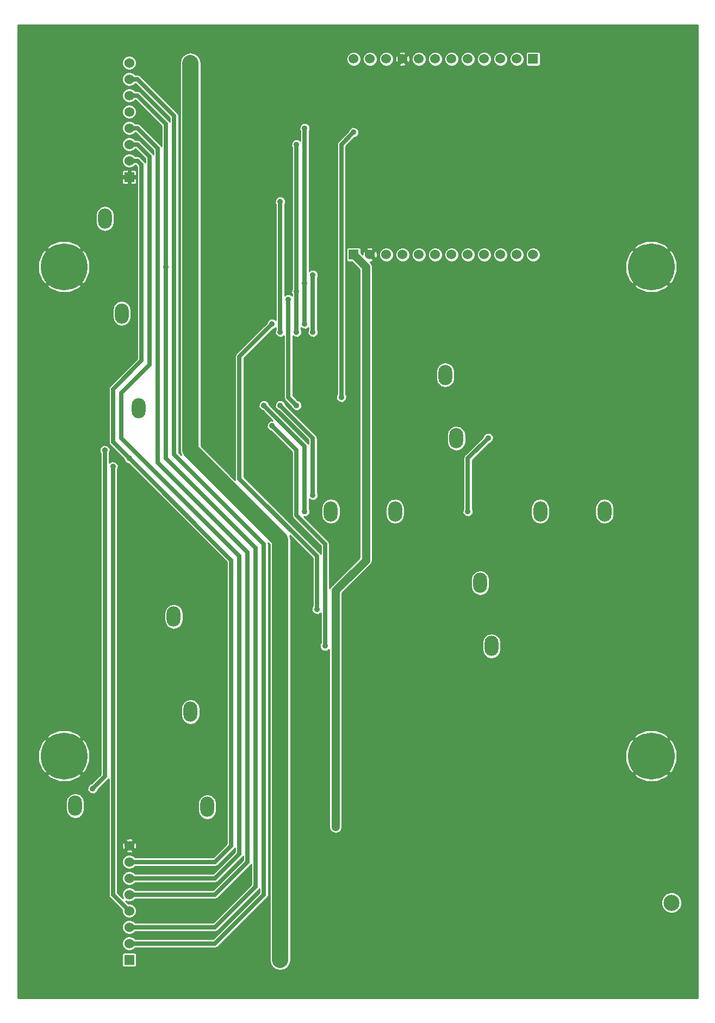
<source format=gbl>
G04 (created by PCBNEW (2013-07-07 BZR 4022)-stable) date 11/4/2014 1:01:41 AM*
%MOIN*%
G04 Gerber Fmt 3.4, Leading zero omitted, Abs format*
%FSLAX34Y34*%
G01*
G70*
G90*
G04 APERTURE LIST*
%ADD10C,0.01*%
%ADD11R,0.06X0.06*%
%ADD12C,0.06*%
%ADD13C,0.287402*%
%ADD14O,0.0847402X0.12411*%
%ADD15C,0.0984252*%
%ADD16C,0.035*%
%ADD17C,0.05*%
%ADD18C,0.025*%
%ADD19C,0.1*%
G04 APERTURE END LIST*
G54D10*
G54D11*
X7000Y2500D03*
G54D12*
X7000Y3500D03*
X7000Y4500D03*
X7000Y5500D03*
X7000Y6500D03*
X7000Y7500D03*
X7000Y8500D03*
X7000Y9500D03*
G54D11*
X7000Y50500D03*
G54D12*
X7000Y51500D03*
X7000Y52500D03*
X7000Y53500D03*
X7000Y54500D03*
X7000Y55500D03*
X7000Y56500D03*
X7000Y57500D03*
G54D13*
X39000Y45000D03*
X39000Y15000D03*
X3000Y45000D03*
X3000Y15000D03*
G54D11*
X31750Y57750D03*
G54D12*
X30750Y57750D03*
X29750Y57750D03*
X28750Y57750D03*
X27750Y57750D03*
X26750Y57750D03*
X25750Y57750D03*
X24750Y57750D03*
X23750Y57750D03*
X22750Y57750D03*
X21750Y57750D03*
X20750Y57750D03*
G54D11*
X20750Y45750D03*
G54D12*
X21750Y45750D03*
X22750Y45750D03*
X23750Y45750D03*
X24750Y45750D03*
X25750Y45750D03*
X26750Y45750D03*
X27750Y45750D03*
X28750Y45750D03*
X29750Y45750D03*
X30750Y45750D03*
X31750Y45750D03*
G54D14*
X9722Y23553D03*
X10751Y17715D03*
X11781Y11877D03*
X26367Y38362D03*
X27051Y34484D03*
X32193Y30004D03*
X29199Y21743D03*
X36130Y30004D03*
X5508Y47957D03*
X28515Y25621D03*
X6534Y42141D03*
X7559Y36326D03*
X19355Y30004D03*
X23292Y30004D03*
X3679Y11944D03*
G54D15*
X40246Y6000D03*
G54D16*
X19650Y10650D03*
X20750Y45750D03*
X17750Y44000D03*
X17750Y53500D03*
X17750Y41500D03*
X17250Y43500D03*
X17250Y52500D03*
X17250Y41000D03*
X18250Y44500D03*
X18250Y41000D03*
X6000Y32750D03*
X9250Y45000D03*
X16750Y43000D03*
X17250Y36500D03*
X7000Y33250D03*
X3000Y46000D03*
X4000Y45000D03*
X3750Y45750D03*
X3000Y44000D03*
X3750Y44250D03*
X2250Y44250D03*
X2000Y45000D03*
X2250Y45750D03*
X2250Y15750D03*
X2000Y15000D03*
X2250Y14250D03*
X3750Y14250D03*
X3000Y14000D03*
X3750Y15750D03*
X4000Y15000D03*
X3000Y16000D03*
X39000Y16000D03*
X40000Y15000D03*
X39750Y15750D03*
X39000Y14000D03*
X39750Y14250D03*
X38250Y14250D03*
X38000Y15000D03*
X38250Y15750D03*
X38250Y45750D03*
X38000Y45000D03*
X38250Y44250D03*
X39750Y44250D03*
X39000Y44000D03*
X39750Y45750D03*
X40000Y45000D03*
X39000Y46000D03*
X18000Y6750D03*
X18000Y6250D03*
X18000Y5750D03*
X18000Y5250D03*
X18000Y4750D03*
X18500Y4750D03*
X19000Y4750D03*
X19500Y4750D03*
X20000Y4750D03*
X20500Y4750D03*
X21000Y4750D03*
X21500Y4750D03*
X22000Y4750D03*
X22500Y4750D03*
X23000Y4750D03*
X23500Y4750D03*
X24000Y4750D03*
X24500Y12750D03*
X24000Y12750D03*
X23500Y12750D03*
X23000Y12750D03*
X22500Y12750D03*
X22000Y12750D03*
X21500Y12750D03*
X21000Y12750D03*
X20500Y12750D03*
X19000Y12750D03*
X18500Y12750D03*
X18000Y12750D03*
X18000Y12250D03*
X18000Y11750D03*
X18000Y11250D03*
X18000Y10750D03*
X18000Y10250D03*
X18000Y9750D03*
X18000Y9250D03*
X18000Y8750D03*
X18000Y8250D03*
X18000Y7750D03*
X18000Y7250D03*
X25500Y7250D03*
X25500Y7750D03*
X25500Y8250D03*
X25500Y8750D03*
X25500Y9250D03*
X25500Y9750D03*
X25500Y10250D03*
X25500Y10750D03*
X25500Y11250D03*
X25500Y11750D03*
X25500Y12250D03*
X25500Y12750D03*
X25000Y12750D03*
X36750Y3250D03*
X36250Y3250D03*
X35750Y3250D03*
X20550Y7500D03*
X20550Y8050D03*
X24000Y8950D03*
X24300Y7250D03*
X24300Y8250D03*
X4750Y13000D03*
X5500Y33750D03*
X16250Y41000D03*
X16250Y49000D03*
X16250Y36500D03*
X18250Y31000D03*
X19000Y21750D03*
X15750Y35250D03*
X17750Y30000D03*
X15250Y36500D03*
X15750Y41500D03*
X18500Y24000D03*
X20000Y37000D03*
X20750Y53250D03*
X27750Y30000D03*
X29000Y34500D03*
X16250Y28250D03*
X10750Y36250D03*
X16250Y10500D03*
X16250Y2500D03*
X10750Y57500D03*
G54D17*
X21500Y45000D02*
X20750Y45750D01*
X21500Y27000D02*
X21500Y45000D01*
X19650Y25150D02*
X21500Y27000D01*
X19650Y10650D02*
X19650Y25150D01*
G54D18*
X17750Y53500D02*
X17750Y44250D01*
X17750Y41500D02*
X17750Y44000D01*
X17750Y44000D02*
X17750Y44250D01*
X7000Y53500D02*
X7500Y53500D01*
X12250Y6500D02*
X7000Y6500D01*
X14250Y8500D02*
X12250Y6500D01*
X14250Y27500D02*
X14250Y8500D01*
X8750Y33000D02*
X14250Y27500D01*
X8750Y52250D02*
X8750Y33000D01*
X7500Y53500D02*
X8750Y52250D01*
X17250Y43500D02*
X17250Y41000D01*
X17250Y52500D02*
X17250Y43750D01*
X17250Y43750D02*
X17250Y43500D01*
X7000Y7500D02*
X12250Y7500D01*
X7500Y52500D02*
X7000Y52500D01*
X8250Y51750D02*
X7500Y52500D01*
X8250Y39000D02*
X8250Y48500D01*
X8250Y48500D02*
X8250Y51750D01*
X6500Y37250D02*
X8250Y39000D01*
X6500Y34500D02*
X6500Y37250D01*
X13750Y27250D02*
X6500Y34500D01*
X13750Y9000D02*
X13750Y27250D01*
X12250Y7500D02*
X13750Y9000D01*
X18250Y44500D02*
X18250Y41000D01*
X7000Y5500D02*
X6000Y6500D01*
X6000Y6500D02*
X6000Y32750D01*
X7000Y4500D02*
X12250Y4500D01*
X7500Y55500D02*
X7000Y55500D01*
X9250Y53750D02*
X7500Y55500D01*
X9250Y33250D02*
X9250Y45000D01*
X9250Y45000D02*
X9250Y45250D01*
X9250Y45250D02*
X9250Y53750D01*
X14750Y27750D02*
X9250Y33250D01*
X14750Y7000D02*
X14750Y27750D01*
X12250Y4500D02*
X14750Y7000D01*
X16750Y43000D02*
X16750Y37000D01*
X17250Y36500D02*
X16750Y37000D01*
X7000Y51500D02*
X7500Y51500D01*
X12250Y8500D02*
X7000Y8500D01*
X13250Y9500D02*
X12250Y8500D01*
X13250Y27000D02*
X13250Y9500D01*
X6000Y34250D02*
X7000Y33250D01*
X7000Y33250D02*
X13250Y27000D01*
X6000Y37500D02*
X6000Y34250D01*
X7750Y39250D02*
X6000Y37500D01*
X7750Y51250D02*
X7750Y39250D01*
X7500Y51500D02*
X7750Y51250D01*
G54D17*
X3000Y45000D02*
X3000Y46000D01*
X4000Y45000D02*
X3000Y45000D01*
X3000Y45000D02*
X3750Y45750D01*
X3000Y44000D02*
X3000Y45000D01*
X3000Y45000D02*
X3750Y44250D01*
X3000Y45000D02*
X2250Y44250D01*
X2000Y45000D02*
X3000Y45000D01*
X3000Y45000D02*
X2250Y45750D01*
X3000Y15000D02*
X2250Y15750D01*
X2000Y15000D02*
X3000Y15000D01*
X3000Y15000D02*
X2250Y14250D01*
X3000Y15000D02*
X3750Y14250D01*
X3000Y14000D02*
X3000Y15000D01*
X3000Y15000D02*
X3750Y15750D01*
X4000Y15000D02*
X3000Y15000D01*
X3000Y15000D02*
X3000Y16000D01*
X39000Y15000D02*
X39000Y16000D01*
X40000Y15000D02*
X39000Y15000D01*
X39000Y15000D02*
X39750Y15750D01*
X39000Y14000D02*
X39000Y15000D01*
X39000Y15000D02*
X39750Y14250D01*
X39000Y15000D02*
X38250Y14250D01*
X38000Y15000D02*
X39000Y15000D01*
X39000Y15000D02*
X38250Y15750D01*
X39000Y45000D02*
X38250Y45750D01*
X38000Y45000D02*
X39000Y45000D01*
X39000Y45000D02*
X38250Y44250D01*
X39000Y45000D02*
X39750Y44250D01*
X39000Y44000D02*
X39000Y45000D01*
X39000Y45000D02*
X39750Y45750D01*
X40000Y45000D02*
X39000Y45000D01*
X39000Y45000D02*
X39000Y46000D01*
G54D18*
X19000Y12750D02*
X18000Y12750D01*
X18000Y12750D02*
X18000Y4750D01*
X18000Y4750D02*
X24000Y4750D01*
X25500Y7250D02*
X25500Y12750D01*
X25500Y12750D02*
X20500Y12750D01*
X23500Y4750D02*
X24000Y4750D01*
X18000Y7250D02*
X18000Y6750D01*
X18000Y6250D02*
X18000Y5750D01*
X18000Y5250D02*
X18000Y4750D01*
X18500Y4750D02*
X19000Y4750D01*
X19500Y4750D02*
X20000Y4750D01*
X20500Y4750D02*
X21000Y4750D01*
X21500Y4750D02*
X22000Y4750D01*
X22500Y4750D02*
X23000Y4750D01*
X18000Y8750D02*
X18000Y9250D01*
X25000Y12750D02*
X24500Y12750D01*
X24000Y12750D02*
X23500Y12750D01*
X23000Y12750D02*
X22500Y12750D01*
X22000Y12750D02*
X21500Y12750D01*
X21000Y12750D02*
X20500Y12750D01*
X19000Y12750D02*
X18500Y12750D01*
X18000Y12750D02*
X18000Y12250D01*
X18000Y11750D02*
X18000Y11250D01*
X18000Y10750D02*
X18000Y10250D01*
X18000Y9750D02*
X18000Y9250D01*
X18000Y8250D02*
X18000Y7750D01*
X25500Y7250D02*
X25500Y7750D01*
X25500Y8250D02*
X25500Y8750D01*
X25500Y9250D02*
X25500Y9750D01*
X25500Y10250D02*
X25500Y10750D01*
X25500Y11250D02*
X25500Y11750D01*
X25500Y12250D02*
X25500Y12750D01*
X36250Y3250D02*
X35750Y3250D01*
X36750Y3250D02*
X36250Y3250D01*
X20550Y7500D02*
X24050Y7500D01*
X24050Y7500D02*
X24300Y7250D01*
X20550Y8050D02*
X24100Y8050D01*
X20550Y7500D02*
X20550Y8050D01*
X24100Y8050D02*
X24300Y8250D01*
X24300Y8650D02*
X24300Y8250D01*
X24000Y8950D02*
X24300Y8650D01*
X24300Y8250D02*
X24300Y7250D01*
X5500Y13750D02*
X4750Y13000D01*
X5500Y33750D02*
X5500Y13750D01*
X16250Y49000D02*
X16250Y41000D01*
X18250Y34500D02*
X16250Y36500D01*
X18250Y31000D02*
X18250Y34500D01*
X19000Y21750D02*
X19000Y28000D01*
X19000Y28000D02*
X17250Y29750D01*
X17250Y29750D02*
X18500Y28500D01*
X17250Y33750D02*
X17250Y29750D01*
X15750Y35250D02*
X17250Y33750D01*
X17750Y34000D02*
X17750Y30000D01*
X15250Y36500D02*
X17750Y34000D01*
X15750Y41500D02*
X13750Y39500D01*
X13750Y39500D02*
X13750Y32000D01*
X18500Y24000D02*
X18500Y27250D01*
X18500Y27250D02*
X13750Y32000D01*
X20000Y52500D02*
X20750Y53250D01*
X20000Y52500D02*
X20000Y37000D01*
X7000Y56500D02*
X7500Y56500D01*
X12250Y3500D02*
X7000Y3500D01*
X15250Y6500D02*
X12250Y3500D01*
X15250Y28000D02*
X15250Y6500D01*
X9750Y33500D02*
X15250Y28000D01*
X9750Y54250D02*
X9750Y33500D01*
X7500Y56500D02*
X9750Y54250D01*
X27750Y33250D02*
X27750Y30000D01*
X29000Y34500D02*
X27750Y33250D01*
G54D19*
X16250Y10500D02*
X16250Y2500D01*
X16250Y28250D02*
X16250Y10500D01*
X16250Y28250D02*
X10750Y33750D01*
X10750Y33750D02*
X10750Y36250D01*
X10750Y36250D02*
X10750Y57500D01*
G54D10*
G36*
X41830Y169D02*
X40888Y169D01*
X40888Y6127D01*
X40790Y6363D01*
X40610Y6544D01*
X40589Y6552D01*
X40589Y14695D01*
X40589Y44695D01*
X40584Y45326D01*
X40351Y45889D01*
X40169Y46063D01*
X40063Y45957D01*
X40063Y46169D01*
X39889Y46351D01*
X39304Y46589D01*
X38673Y46584D01*
X38110Y46351D01*
X37936Y46169D01*
X39000Y45106D01*
X40063Y46169D01*
X40063Y45957D01*
X39106Y45000D01*
X40169Y43936D01*
X40351Y44110D01*
X40589Y44695D01*
X40589Y14695D01*
X40584Y15326D01*
X40351Y15889D01*
X40169Y16063D01*
X40063Y15957D01*
X40063Y16169D01*
X40063Y43830D01*
X39000Y44893D01*
X38893Y44787D01*
X38893Y45000D01*
X37830Y46063D01*
X37648Y45889D01*
X37410Y45304D01*
X37415Y44673D01*
X37648Y44110D01*
X37830Y43936D01*
X38893Y45000D01*
X38893Y44787D01*
X37936Y43830D01*
X38110Y43648D01*
X38695Y43410D01*
X39326Y43415D01*
X39889Y43648D01*
X40063Y43830D01*
X40063Y16169D01*
X39889Y16351D01*
X39304Y16589D01*
X38673Y16584D01*
X38110Y16351D01*
X37936Y16169D01*
X39000Y15106D01*
X40063Y16169D01*
X40063Y15957D01*
X39106Y15000D01*
X40169Y13936D01*
X40351Y14110D01*
X40589Y14695D01*
X40589Y6552D01*
X40374Y6642D01*
X40118Y6642D01*
X40063Y6619D01*
X40063Y13830D01*
X39000Y14893D01*
X38893Y14787D01*
X38893Y15000D01*
X37830Y16063D01*
X37648Y15889D01*
X37410Y15304D01*
X37415Y14673D01*
X37648Y14110D01*
X37830Y13936D01*
X38893Y15000D01*
X38893Y14787D01*
X37936Y13830D01*
X38110Y13648D01*
X38695Y13410D01*
X39326Y13415D01*
X39889Y13648D01*
X40063Y13830D01*
X40063Y6619D01*
X39882Y6544D01*
X39702Y6364D01*
X39604Y6128D01*
X39603Y5872D01*
X39701Y5636D01*
X39881Y5455D01*
X40117Y5357D01*
X40373Y5357D01*
X40609Y5455D01*
X40790Y5635D01*
X40888Y5871D01*
X40888Y6127D01*
X40888Y169D01*
X36704Y169D01*
X36704Y29792D01*
X36704Y30216D01*
X36660Y30435D01*
X36536Y30622D01*
X36350Y30746D01*
X36130Y30790D01*
X35911Y30746D01*
X35725Y30622D01*
X35600Y30435D01*
X35557Y30216D01*
X35557Y29792D01*
X35600Y29572D01*
X35725Y29386D01*
X35911Y29262D01*
X36130Y29218D01*
X36350Y29262D01*
X36536Y29386D01*
X36660Y29572D01*
X36704Y29792D01*
X36704Y169D01*
X32767Y169D01*
X32767Y29792D01*
X32767Y30216D01*
X32723Y30435D01*
X32599Y30622D01*
X32413Y30746D01*
X32200Y30788D01*
X32200Y45839D01*
X32200Y45839D01*
X32200Y57479D01*
X32200Y58079D01*
X32177Y58134D01*
X32135Y58177D01*
X32079Y58199D01*
X32020Y58200D01*
X31420Y58200D01*
X31365Y58177D01*
X31322Y58135D01*
X31300Y58079D01*
X31299Y58020D01*
X31299Y57420D01*
X31322Y57365D01*
X31364Y57322D01*
X31420Y57300D01*
X31479Y57299D01*
X32079Y57299D01*
X32134Y57322D01*
X32177Y57364D01*
X32199Y57420D01*
X32200Y57479D01*
X32200Y45839D01*
X32131Y46004D01*
X32005Y46131D01*
X31839Y46199D01*
X31660Y46200D01*
X31495Y46131D01*
X31368Y46005D01*
X31300Y45839D01*
X31299Y45660D01*
X31368Y45495D01*
X31494Y45368D01*
X31660Y45300D01*
X31839Y45299D01*
X32004Y45368D01*
X32131Y45494D01*
X32199Y45660D01*
X32200Y45839D01*
X32200Y30788D01*
X32193Y30790D01*
X31974Y30746D01*
X31788Y30622D01*
X31663Y30435D01*
X31620Y30216D01*
X31620Y29792D01*
X31663Y29572D01*
X31788Y29386D01*
X31974Y29262D01*
X32193Y29218D01*
X32413Y29262D01*
X32599Y29386D01*
X32723Y29572D01*
X32767Y29792D01*
X32767Y169D01*
X31200Y169D01*
X31200Y45839D01*
X31200Y57839D01*
X31131Y58004D01*
X31005Y58131D01*
X30839Y58199D01*
X30660Y58200D01*
X30495Y58131D01*
X30368Y58005D01*
X30300Y57839D01*
X30299Y57660D01*
X30368Y57495D01*
X30494Y57368D01*
X30660Y57300D01*
X30839Y57299D01*
X31004Y57368D01*
X31131Y57494D01*
X31199Y57660D01*
X31200Y57839D01*
X31200Y45839D01*
X31131Y46004D01*
X31005Y46131D01*
X30839Y46199D01*
X30660Y46200D01*
X30495Y46131D01*
X30368Y46005D01*
X30300Y45839D01*
X30299Y45660D01*
X30368Y45495D01*
X30494Y45368D01*
X30660Y45300D01*
X30839Y45299D01*
X31004Y45368D01*
X31131Y45494D01*
X31199Y45660D01*
X31200Y45839D01*
X31200Y169D01*
X30200Y169D01*
X30200Y45839D01*
X30200Y57839D01*
X30131Y58004D01*
X30005Y58131D01*
X29839Y58199D01*
X29660Y58200D01*
X29495Y58131D01*
X29368Y58005D01*
X29300Y57839D01*
X29299Y57660D01*
X29368Y57495D01*
X29494Y57368D01*
X29660Y57300D01*
X29839Y57299D01*
X30004Y57368D01*
X30131Y57494D01*
X30199Y57660D01*
X30200Y57839D01*
X30200Y45839D01*
X30131Y46004D01*
X30005Y46131D01*
X29839Y46199D01*
X29660Y46200D01*
X29495Y46131D01*
X29368Y46005D01*
X29300Y45839D01*
X29299Y45660D01*
X29368Y45495D01*
X29494Y45368D01*
X29660Y45300D01*
X29839Y45299D01*
X30004Y45368D01*
X30131Y45494D01*
X30199Y45660D01*
X30200Y45839D01*
X30200Y169D01*
X29773Y169D01*
X29773Y21531D01*
X29773Y21955D01*
X29729Y22175D01*
X29605Y22361D01*
X29419Y22485D01*
X29325Y22504D01*
X29325Y34564D01*
X29275Y34683D01*
X29200Y34759D01*
X29200Y45839D01*
X29200Y57839D01*
X29131Y58004D01*
X29005Y58131D01*
X28839Y58199D01*
X28660Y58200D01*
X28495Y58131D01*
X28368Y58005D01*
X28300Y57839D01*
X28299Y57660D01*
X28368Y57495D01*
X28494Y57368D01*
X28660Y57300D01*
X28839Y57299D01*
X29004Y57368D01*
X29131Y57494D01*
X29199Y57660D01*
X29200Y57839D01*
X29200Y45839D01*
X29131Y46004D01*
X29005Y46131D01*
X28839Y46199D01*
X28660Y46200D01*
X28495Y46131D01*
X28368Y46005D01*
X28300Y45839D01*
X28299Y45660D01*
X28368Y45495D01*
X28494Y45368D01*
X28660Y45300D01*
X28839Y45299D01*
X29004Y45368D01*
X29131Y45494D01*
X29199Y45660D01*
X29200Y45839D01*
X29200Y34759D01*
X29184Y34775D01*
X29064Y34824D01*
X28935Y34825D01*
X28816Y34775D01*
X28724Y34684D01*
X28675Y34564D01*
X28675Y34563D01*
X28200Y34088D01*
X28200Y45839D01*
X28200Y57839D01*
X28131Y58004D01*
X28005Y58131D01*
X27839Y58199D01*
X27660Y58200D01*
X27495Y58131D01*
X27368Y58005D01*
X27300Y57839D01*
X27299Y57660D01*
X27368Y57495D01*
X27494Y57368D01*
X27660Y57300D01*
X27839Y57299D01*
X28004Y57368D01*
X28131Y57494D01*
X28199Y57660D01*
X28200Y57839D01*
X28200Y45839D01*
X28131Y46004D01*
X28005Y46131D01*
X27839Y46199D01*
X27660Y46200D01*
X27495Y46131D01*
X27368Y46005D01*
X27300Y45839D01*
X27299Y45660D01*
X27368Y45495D01*
X27494Y45368D01*
X27660Y45300D01*
X27839Y45299D01*
X28004Y45368D01*
X28131Y45494D01*
X28199Y45660D01*
X28200Y45839D01*
X28200Y34088D01*
X27625Y33514D01*
X27625Y34272D01*
X27625Y34696D01*
X27581Y34916D01*
X27457Y35102D01*
X27271Y35226D01*
X27200Y35240D01*
X27200Y45839D01*
X27200Y57839D01*
X27131Y58004D01*
X27005Y58131D01*
X26839Y58199D01*
X26660Y58200D01*
X26495Y58131D01*
X26368Y58005D01*
X26300Y57839D01*
X26299Y57660D01*
X26368Y57495D01*
X26494Y57368D01*
X26660Y57300D01*
X26839Y57299D01*
X27004Y57368D01*
X27131Y57494D01*
X27199Y57660D01*
X27200Y57839D01*
X27200Y45839D01*
X27131Y46004D01*
X27005Y46131D01*
X26839Y46199D01*
X26660Y46200D01*
X26495Y46131D01*
X26368Y46005D01*
X26300Y45839D01*
X26299Y45660D01*
X26368Y45495D01*
X26494Y45368D01*
X26660Y45300D01*
X26839Y45299D01*
X27004Y45368D01*
X27131Y45494D01*
X27199Y45660D01*
X27200Y45839D01*
X27200Y35240D01*
X27051Y35270D01*
X26941Y35248D01*
X26941Y38150D01*
X26941Y38574D01*
X26897Y38793D01*
X26773Y38979D01*
X26587Y39104D01*
X26367Y39147D01*
X26200Y39114D01*
X26200Y45839D01*
X26200Y57839D01*
X26131Y58004D01*
X26005Y58131D01*
X25839Y58199D01*
X25660Y58200D01*
X25495Y58131D01*
X25368Y58005D01*
X25300Y57839D01*
X25299Y57660D01*
X25368Y57495D01*
X25494Y57368D01*
X25660Y57300D01*
X25839Y57299D01*
X26004Y57368D01*
X26131Y57494D01*
X26199Y57660D01*
X26200Y57839D01*
X26200Y45839D01*
X26131Y46004D01*
X26005Y46131D01*
X25839Y46199D01*
X25660Y46200D01*
X25495Y46131D01*
X25368Y46005D01*
X25300Y45839D01*
X25299Y45660D01*
X25368Y45495D01*
X25494Y45368D01*
X25660Y45300D01*
X25839Y45299D01*
X26004Y45368D01*
X26131Y45494D01*
X26199Y45660D01*
X26200Y45839D01*
X26200Y39114D01*
X26148Y39104D01*
X25962Y38979D01*
X25837Y38793D01*
X25794Y38574D01*
X25794Y38150D01*
X25837Y37930D01*
X25962Y37744D01*
X26148Y37620D01*
X26367Y37576D01*
X26587Y37620D01*
X26773Y37744D01*
X26897Y37930D01*
X26941Y38150D01*
X26941Y35248D01*
X26831Y35226D01*
X26645Y35102D01*
X26521Y34916D01*
X26477Y34696D01*
X26477Y34272D01*
X26521Y34053D01*
X26645Y33867D01*
X26831Y33742D01*
X27051Y33699D01*
X27271Y33742D01*
X27457Y33867D01*
X27581Y34053D01*
X27625Y34272D01*
X27625Y33514D01*
X27555Y33444D01*
X27495Y33355D01*
X27475Y33250D01*
X27475Y30184D01*
X27474Y30184D01*
X27425Y30064D01*
X27424Y29935D01*
X27474Y29816D01*
X27565Y29724D01*
X27685Y29675D01*
X27814Y29674D01*
X27933Y29724D01*
X28025Y29815D01*
X28074Y29935D01*
X28075Y30064D01*
X28025Y30183D01*
X28025Y30184D01*
X28025Y33136D01*
X29063Y34174D01*
X29064Y34174D01*
X29183Y34224D01*
X29275Y34315D01*
X29324Y34435D01*
X29325Y34564D01*
X29325Y22504D01*
X29199Y22529D01*
X29089Y22507D01*
X29089Y25409D01*
X29089Y25833D01*
X29045Y26052D01*
X28921Y26238D01*
X28735Y26363D01*
X28515Y26406D01*
X28296Y26363D01*
X28110Y26238D01*
X27985Y26052D01*
X27942Y25833D01*
X27942Y25409D01*
X27985Y25189D01*
X28110Y25003D01*
X28296Y24879D01*
X28515Y24835D01*
X28735Y24879D01*
X28921Y25003D01*
X29045Y25189D01*
X29089Y25409D01*
X29089Y22507D01*
X28979Y22485D01*
X28793Y22361D01*
X28669Y22175D01*
X28625Y21955D01*
X28625Y21531D01*
X28669Y21312D01*
X28793Y21126D01*
X28979Y21001D01*
X29199Y20958D01*
X29419Y21001D01*
X29605Y21126D01*
X29729Y21312D01*
X29773Y21531D01*
X29773Y169D01*
X25200Y169D01*
X25200Y45839D01*
X25200Y57839D01*
X25131Y58004D01*
X25005Y58131D01*
X24839Y58199D01*
X24660Y58200D01*
X24495Y58131D01*
X24368Y58005D01*
X24300Y57839D01*
X24299Y57660D01*
X24368Y57495D01*
X24494Y57368D01*
X24660Y57300D01*
X24839Y57299D01*
X25004Y57368D01*
X25131Y57494D01*
X25199Y57660D01*
X25200Y57839D01*
X25200Y45839D01*
X25131Y46004D01*
X25005Y46131D01*
X24839Y46199D01*
X24660Y46200D01*
X24495Y46131D01*
X24368Y46005D01*
X24300Y45839D01*
X24299Y45660D01*
X24368Y45495D01*
X24494Y45368D01*
X24660Y45300D01*
X24839Y45299D01*
X25004Y45368D01*
X25131Y45494D01*
X25199Y45660D01*
X25200Y45839D01*
X25200Y169D01*
X24207Y169D01*
X24207Y57717D01*
X24185Y57894D01*
X24160Y57955D01*
X24096Y57990D01*
X23990Y57884D01*
X23990Y58096D01*
X23955Y58160D01*
X23782Y58207D01*
X23605Y58185D01*
X23544Y58160D01*
X23509Y58096D01*
X23750Y57856D01*
X23990Y58096D01*
X23990Y57884D01*
X23856Y57750D01*
X24096Y57509D01*
X24160Y57544D01*
X24207Y57717D01*
X24207Y169D01*
X24200Y169D01*
X24200Y45839D01*
X24131Y46004D01*
X24005Y46131D01*
X23990Y46137D01*
X23990Y57403D01*
X23750Y57643D01*
X23643Y57537D01*
X23643Y57750D01*
X23403Y57990D01*
X23339Y57955D01*
X23292Y57782D01*
X23314Y57605D01*
X23339Y57544D01*
X23403Y57509D01*
X23643Y57750D01*
X23643Y57537D01*
X23509Y57403D01*
X23544Y57339D01*
X23717Y57292D01*
X23894Y57314D01*
X23955Y57339D01*
X23990Y57403D01*
X23990Y46137D01*
X23839Y46199D01*
X23660Y46200D01*
X23495Y46131D01*
X23368Y46005D01*
X23300Y45839D01*
X23299Y45660D01*
X23368Y45495D01*
X23494Y45368D01*
X23660Y45300D01*
X23839Y45299D01*
X24004Y45368D01*
X24131Y45494D01*
X24199Y45660D01*
X24200Y45839D01*
X24200Y169D01*
X23865Y169D01*
X23865Y29792D01*
X23865Y30216D01*
X23822Y30435D01*
X23697Y30622D01*
X23511Y30746D01*
X23292Y30790D01*
X23200Y30771D01*
X23200Y45839D01*
X23200Y57839D01*
X23131Y58004D01*
X23005Y58131D01*
X22839Y58199D01*
X22660Y58200D01*
X22495Y58131D01*
X22368Y58005D01*
X22300Y57839D01*
X22299Y57660D01*
X22368Y57495D01*
X22494Y57368D01*
X22660Y57300D01*
X22839Y57299D01*
X23004Y57368D01*
X23131Y57494D01*
X23199Y57660D01*
X23200Y57839D01*
X23200Y45839D01*
X23131Y46004D01*
X23005Y46131D01*
X22839Y46199D01*
X22660Y46200D01*
X22495Y46131D01*
X22368Y46005D01*
X22300Y45839D01*
X22299Y45660D01*
X22368Y45495D01*
X22494Y45368D01*
X22660Y45300D01*
X22839Y45299D01*
X23004Y45368D01*
X23131Y45494D01*
X23199Y45660D01*
X23200Y45839D01*
X23200Y30771D01*
X23072Y30746D01*
X22886Y30622D01*
X22761Y30435D01*
X22718Y30216D01*
X22718Y29792D01*
X22761Y29572D01*
X22886Y29386D01*
X23072Y29262D01*
X23292Y29218D01*
X23511Y29262D01*
X23697Y29386D01*
X23822Y29572D01*
X23865Y29792D01*
X23865Y169D01*
X22207Y169D01*
X22207Y45717D01*
X22200Y45777D01*
X22200Y57839D01*
X22131Y58004D01*
X22005Y58131D01*
X21839Y58199D01*
X21660Y58200D01*
X21495Y58131D01*
X21368Y58005D01*
X21300Y57839D01*
X21299Y57660D01*
X21368Y57495D01*
X21494Y57368D01*
X21660Y57300D01*
X21839Y57299D01*
X22004Y57368D01*
X22131Y57494D01*
X22199Y57660D01*
X22200Y57839D01*
X22200Y45777D01*
X22185Y45894D01*
X22160Y45955D01*
X22096Y45990D01*
X21990Y45884D01*
X21990Y46096D01*
X21955Y46160D01*
X21782Y46207D01*
X21605Y46185D01*
X21544Y46160D01*
X21509Y46096D01*
X21750Y45856D01*
X21990Y46096D01*
X21990Y45884D01*
X21856Y45750D01*
X22096Y45509D01*
X22160Y45544D01*
X22207Y45717D01*
X22207Y169D01*
X21990Y169D01*
X21990Y45403D01*
X21750Y45643D01*
X21744Y45638D01*
X21638Y45744D01*
X21643Y45750D01*
X21403Y45990D01*
X21339Y45955D01*
X21292Y45782D01*
X21293Y45771D01*
X21200Y45865D01*
X21200Y57839D01*
X21131Y58004D01*
X21005Y58131D01*
X20839Y58199D01*
X20660Y58200D01*
X20495Y58131D01*
X20368Y58005D01*
X20300Y57839D01*
X20299Y57660D01*
X20368Y57495D01*
X20494Y57368D01*
X20660Y57300D01*
X20839Y57299D01*
X21004Y57368D01*
X21131Y57494D01*
X21199Y57660D01*
X21200Y57839D01*
X21200Y45865D01*
X21200Y45865D01*
X21200Y46079D01*
X21177Y46134D01*
X21135Y46177D01*
X21079Y46199D01*
X21075Y46199D01*
X21075Y53314D01*
X21025Y53433D01*
X20934Y53525D01*
X20814Y53574D01*
X20685Y53575D01*
X20566Y53525D01*
X20474Y53434D01*
X20425Y53314D01*
X20425Y53313D01*
X19805Y52694D01*
X19745Y52605D01*
X19725Y52500D01*
X19725Y37184D01*
X19724Y37184D01*
X19675Y37064D01*
X19674Y36935D01*
X19724Y36816D01*
X19815Y36724D01*
X19935Y36675D01*
X20064Y36674D01*
X20183Y36724D01*
X20275Y36815D01*
X20324Y36935D01*
X20325Y37064D01*
X20275Y37183D01*
X20275Y37184D01*
X20275Y52386D01*
X20813Y52924D01*
X20814Y52924D01*
X20933Y52974D01*
X21025Y53065D01*
X21074Y53185D01*
X21075Y53314D01*
X21075Y46199D01*
X21020Y46200D01*
X20420Y46200D01*
X20365Y46177D01*
X20322Y46135D01*
X20300Y46079D01*
X20299Y46020D01*
X20299Y45420D01*
X20322Y45365D01*
X20364Y45322D01*
X20420Y45300D01*
X20479Y45299D01*
X20634Y45299D01*
X21100Y44834D01*
X21100Y27165D01*
X19928Y25994D01*
X19928Y29792D01*
X19928Y30216D01*
X19885Y30435D01*
X19760Y30622D01*
X19574Y30746D01*
X19355Y30790D01*
X19135Y30746D01*
X18949Y30622D01*
X18824Y30435D01*
X18781Y30216D01*
X18781Y29792D01*
X18824Y29572D01*
X18949Y29386D01*
X19135Y29262D01*
X19355Y29218D01*
X19574Y29262D01*
X19760Y29386D01*
X19885Y29572D01*
X19928Y29792D01*
X19928Y25994D01*
X19367Y25432D01*
X19280Y25303D01*
X19275Y25277D01*
X19275Y25275D01*
X19275Y28000D01*
X19254Y28105D01*
X19254Y28105D01*
X19194Y28194D01*
X18694Y28694D01*
X17713Y29675D01*
X17814Y29674D01*
X17933Y29724D01*
X18025Y29815D01*
X18074Y29935D01*
X18075Y30064D01*
X18025Y30183D01*
X18025Y30184D01*
X18025Y30765D01*
X18065Y30724D01*
X18185Y30675D01*
X18314Y30674D01*
X18433Y30724D01*
X18525Y30815D01*
X18574Y30935D01*
X18575Y31064D01*
X18525Y31183D01*
X18525Y31184D01*
X18525Y34500D01*
X18524Y34500D01*
X18504Y34605D01*
X18504Y34605D01*
X18444Y34694D01*
X18444Y34694D01*
X16575Y36563D01*
X16575Y36564D01*
X16525Y36683D01*
X16434Y36775D01*
X16314Y36824D01*
X16185Y36825D01*
X16066Y36775D01*
X15974Y36684D01*
X15925Y36564D01*
X15924Y36435D01*
X15974Y36316D01*
X16065Y36224D01*
X16185Y36175D01*
X16186Y36175D01*
X17975Y34386D01*
X17975Y34148D01*
X17944Y34194D01*
X15575Y36563D01*
X15575Y36564D01*
X15525Y36683D01*
X15434Y36775D01*
X15314Y36824D01*
X15185Y36825D01*
X15066Y36775D01*
X14974Y36684D01*
X14925Y36564D01*
X14924Y36435D01*
X14974Y36316D01*
X15065Y36224D01*
X15185Y36175D01*
X15186Y36175D01*
X15786Y35574D01*
X15685Y35575D01*
X15566Y35525D01*
X15474Y35434D01*
X15425Y35314D01*
X15424Y35185D01*
X15474Y35066D01*
X15565Y34974D01*
X15685Y34925D01*
X15686Y34925D01*
X16975Y33636D01*
X16975Y29750D01*
X16995Y29644D01*
X17055Y29555D01*
X18305Y28305D01*
X18725Y27886D01*
X18725Y27398D01*
X18694Y27444D01*
X18694Y27444D01*
X14025Y32113D01*
X14025Y39386D01*
X15813Y41174D01*
X15814Y41174D01*
X15933Y41224D01*
X15975Y41265D01*
X15975Y41184D01*
X15974Y41184D01*
X15925Y41064D01*
X15924Y40935D01*
X15974Y40816D01*
X16065Y40724D01*
X16185Y40675D01*
X16314Y40674D01*
X16433Y40724D01*
X16475Y40765D01*
X16475Y37000D01*
X16495Y36894D01*
X16555Y36805D01*
X16924Y36436D01*
X16924Y36435D01*
X16974Y36316D01*
X17065Y36224D01*
X17185Y36175D01*
X17314Y36174D01*
X17433Y36224D01*
X17525Y36315D01*
X17574Y36435D01*
X17575Y36564D01*
X17525Y36683D01*
X17434Y36775D01*
X17314Y36824D01*
X17313Y36824D01*
X17025Y37113D01*
X17025Y40765D01*
X17065Y40724D01*
X17185Y40675D01*
X17314Y40674D01*
X17433Y40724D01*
X17525Y40815D01*
X17574Y40935D01*
X17575Y41064D01*
X17525Y41183D01*
X17525Y41184D01*
X17525Y41265D01*
X17565Y41224D01*
X17685Y41175D01*
X17814Y41174D01*
X17933Y41224D01*
X17975Y41265D01*
X17975Y41184D01*
X17974Y41184D01*
X17925Y41064D01*
X17924Y40935D01*
X17974Y40816D01*
X18065Y40724D01*
X18185Y40675D01*
X18314Y40674D01*
X18433Y40724D01*
X18525Y40815D01*
X18574Y40935D01*
X18575Y41064D01*
X18525Y41183D01*
X18525Y41184D01*
X18525Y44315D01*
X18525Y44315D01*
X18574Y44435D01*
X18575Y44564D01*
X18525Y44683D01*
X18434Y44775D01*
X18314Y44824D01*
X18185Y44825D01*
X18066Y44775D01*
X18025Y44734D01*
X18025Y53315D01*
X18025Y53315D01*
X18074Y53435D01*
X18075Y53564D01*
X18025Y53683D01*
X17934Y53775D01*
X17814Y53824D01*
X17685Y53825D01*
X17566Y53775D01*
X17474Y53684D01*
X17425Y53564D01*
X17424Y53435D01*
X17474Y53316D01*
X17475Y53315D01*
X17475Y52734D01*
X17434Y52775D01*
X17314Y52824D01*
X17185Y52825D01*
X17066Y52775D01*
X16974Y52684D01*
X16925Y52564D01*
X16924Y52435D01*
X16974Y52316D01*
X16975Y52315D01*
X16975Y43750D01*
X16975Y43684D01*
X16974Y43684D01*
X16925Y43564D01*
X16924Y43435D01*
X16974Y43316D01*
X16975Y43315D01*
X16975Y43234D01*
X16934Y43275D01*
X16814Y43324D01*
X16685Y43325D01*
X16566Y43275D01*
X16525Y43234D01*
X16525Y48815D01*
X16525Y48815D01*
X16574Y48935D01*
X16575Y49064D01*
X16525Y49183D01*
X16434Y49275D01*
X16314Y49324D01*
X16185Y49325D01*
X16066Y49275D01*
X15974Y49184D01*
X15925Y49064D01*
X15924Y48935D01*
X15974Y48816D01*
X15975Y48815D01*
X15975Y41734D01*
X15934Y41775D01*
X15814Y41824D01*
X15685Y41825D01*
X15566Y41775D01*
X15474Y41684D01*
X15425Y41564D01*
X15425Y41563D01*
X13555Y39694D01*
X13495Y39605D01*
X13475Y39500D01*
X13475Y32000D01*
X13488Y31930D01*
X11400Y34019D01*
X11400Y36250D01*
X11400Y57500D01*
X11350Y57748D01*
X11209Y57959D01*
X10998Y58100D01*
X10750Y58150D01*
X10501Y58100D01*
X10290Y57959D01*
X10149Y57748D01*
X10100Y57500D01*
X10100Y36250D01*
X10100Y33750D01*
X10149Y33501D01*
X10173Y33465D01*
X10025Y33613D01*
X10025Y54250D01*
X10004Y54355D01*
X10004Y54355D01*
X9944Y54444D01*
X7694Y56694D01*
X7605Y56754D01*
X7500Y56775D01*
X7450Y56775D01*
X7450Y57589D01*
X7381Y57754D01*
X7255Y57881D01*
X7089Y57949D01*
X6910Y57950D01*
X6745Y57881D01*
X6618Y57755D01*
X6550Y57589D01*
X6549Y57410D01*
X6618Y57245D01*
X6744Y57118D01*
X6910Y57050D01*
X7089Y57049D01*
X7254Y57118D01*
X7381Y57244D01*
X7449Y57410D01*
X7450Y57589D01*
X7450Y56775D01*
X7361Y56775D01*
X7255Y56881D01*
X7089Y56949D01*
X6910Y56950D01*
X6745Y56881D01*
X6618Y56755D01*
X6550Y56589D01*
X6549Y56410D01*
X6618Y56245D01*
X6744Y56118D01*
X6910Y56050D01*
X7089Y56049D01*
X7254Y56118D01*
X7361Y56225D01*
X7386Y56225D01*
X9475Y54136D01*
X9475Y53898D01*
X9444Y53944D01*
X7694Y55694D01*
X7605Y55754D01*
X7500Y55775D01*
X7361Y55775D01*
X7255Y55881D01*
X7089Y55949D01*
X6910Y55950D01*
X6745Y55881D01*
X6618Y55755D01*
X6550Y55589D01*
X6549Y55410D01*
X6618Y55245D01*
X6744Y55118D01*
X6910Y55050D01*
X7089Y55049D01*
X7254Y55118D01*
X7361Y55225D01*
X7386Y55225D01*
X8975Y53636D01*
X8975Y52398D01*
X8944Y52444D01*
X7694Y53694D01*
X7605Y53754D01*
X7500Y53775D01*
X7450Y53775D01*
X7450Y54589D01*
X7381Y54754D01*
X7255Y54881D01*
X7089Y54949D01*
X6910Y54950D01*
X6745Y54881D01*
X6618Y54755D01*
X6550Y54589D01*
X6549Y54410D01*
X6618Y54245D01*
X6744Y54118D01*
X6910Y54050D01*
X7089Y54049D01*
X7254Y54118D01*
X7381Y54244D01*
X7449Y54410D01*
X7450Y54589D01*
X7450Y53775D01*
X7361Y53775D01*
X7255Y53881D01*
X7089Y53949D01*
X6910Y53950D01*
X6745Y53881D01*
X6618Y53755D01*
X6550Y53589D01*
X6549Y53410D01*
X6618Y53245D01*
X6744Y53118D01*
X6910Y53050D01*
X7089Y53049D01*
X7254Y53118D01*
X7361Y53225D01*
X7386Y53225D01*
X8475Y52136D01*
X8475Y51898D01*
X8444Y51944D01*
X8444Y51944D01*
X7694Y52694D01*
X7605Y52754D01*
X7500Y52775D01*
X7361Y52775D01*
X7255Y52881D01*
X7089Y52949D01*
X6910Y52950D01*
X6745Y52881D01*
X6618Y52755D01*
X6550Y52589D01*
X6549Y52410D01*
X6618Y52245D01*
X6744Y52118D01*
X6910Y52050D01*
X7089Y52049D01*
X7254Y52118D01*
X7361Y52225D01*
X7386Y52225D01*
X7975Y51636D01*
X7975Y51398D01*
X7944Y51444D01*
X7944Y51444D01*
X7694Y51694D01*
X7605Y51754D01*
X7500Y51775D01*
X7361Y51775D01*
X7255Y51881D01*
X7089Y51949D01*
X6910Y51950D01*
X6745Y51881D01*
X6618Y51755D01*
X6550Y51589D01*
X6549Y51410D01*
X6618Y51245D01*
X6744Y51118D01*
X6910Y51050D01*
X7089Y51049D01*
X7254Y51118D01*
X7361Y51225D01*
X7386Y51225D01*
X7475Y51136D01*
X7475Y39363D01*
X7450Y39338D01*
X7450Y50170D01*
X7450Y50829D01*
X7427Y50884D01*
X7385Y50927D01*
X7329Y50949D01*
X7270Y50950D01*
X7112Y50950D01*
X7075Y50912D01*
X7075Y50575D01*
X7412Y50575D01*
X7450Y50612D01*
X7450Y50829D01*
X7450Y50170D01*
X7450Y50387D01*
X7412Y50425D01*
X7075Y50425D01*
X7075Y50087D01*
X7112Y50050D01*
X7270Y50049D01*
X7329Y50050D01*
X7385Y50072D01*
X7427Y50115D01*
X7450Y50170D01*
X7450Y39338D01*
X7107Y38996D01*
X7107Y41929D01*
X7107Y42353D01*
X7064Y42573D01*
X6939Y42759D01*
X6925Y42769D01*
X6925Y50087D01*
X6925Y50425D01*
X6925Y50575D01*
X6925Y50912D01*
X6887Y50950D01*
X6729Y50950D01*
X6670Y50949D01*
X6614Y50927D01*
X6572Y50884D01*
X6549Y50829D01*
X6550Y50612D01*
X6587Y50575D01*
X6925Y50575D01*
X6925Y50425D01*
X6587Y50425D01*
X6550Y50387D01*
X6549Y50170D01*
X6572Y50115D01*
X6614Y50072D01*
X6670Y50050D01*
X6729Y50049D01*
X6887Y50050D01*
X6925Y50087D01*
X6925Y42769D01*
X6753Y42883D01*
X6534Y42927D01*
X6314Y42883D01*
X6128Y42759D01*
X6082Y42690D01*
X6082Y47745D01*
X6082Y48169D01*
X6038Y48388D01*
X5914Y48574D01*
X5728Y48699D01*
X5508Y48742D01*
X5289Y48699D01*
X5102Y48574D01*
X4978Y48388D01*
X4934Y48169D01*
X4934Y47745D01*
X4978Y47525D01*
X5102Y47339D01*
X5289Y47215D01*
X5508Y47171D01*
X5728Y47215D01*
X5914Y47339D01*
X6038Y47525D01*
X6082Y47745D01*
X6082Y42690D01*
X6003Y42573D01*
X5960Y42353D01*
X5960Y41929D01*
X6003Y41710D01*
X6128Y41524D01*
X6314Y41399D01*
X6534Y41356D01*
X6753Y41399D01*
X6939Y41524D01*
X7064Y41710D01*
X7107Y41929D01*
X7107Y38996D01*
X5805Y37694D01*
X5745Y37605D01*
X5725Y37500D01*
X5725Y34250D01*
X5745Y34144D01*
X5805Y34055D01*
X6674Y33186D01*
X6674Y33185D01*
X6724Y33066D01*
X6815Y32974D01*
X6935Y32925D01*
X6936Y32925D01*
X12975Y26886D01*
X12975Y9613D01*
X12354Y8993D01*
X12354Y11665D01*
X12354Y12089D01*
X12311Y12309D01*
X12186Y12495D01*
X12000Y12619D01*
X11781Y12663D01*
X11561Y12619D01*
X11375Y12495D01*
X11325Y12420D01*
X11325Y17503D01*
X11325Y17927D01*
X11281Y18147D01*
X11157Y18333D01*
X10971Y18457D01*
X10751Y18501D01*
X10532Y18457D01*
X10346Y18333D01*
X10296Y18258D01*
X10296Y23342D01*
X10296Y23765D01*
X10252Y23985D01*
X10128Y24171D01*
X9941Y24295D01*
X9722Y24339D01*
X9502Y24295D01*
X9316Y24171D01*
X9192Y23985D01*
X9148Y23765D01*
X9148Y23342D01*
X9192Y23122D01*
X9316Y22936D01*
X9502Y22812D01*
X9722Y22768D01*
X9941Y22812D01*
X10128Y22936D01*
X10252Y23122D01*
X10296Y23342D01*
X10296Y18258D01*
X10221Y18147D01*
X10178Y17927D01*
X10178Y17503D01*
X10221Y17284D01*
X10346Y17098D01*
X10532Y16973D01*
X10751Y16930D01*
X10971Y16973D01*
X11157Y17098D01*
X11281Y17284D01*
X11325Y17503D01*
X11325Y12420D01*
X11251Y12309D01*
X11207Y12089D01*
X11207Y11665D01*
X11251Y11446D01*
X11375Y11259D01*
X11561Y11135D01*
X11781Y11091D01*
X12000Y11135D01*
X12186Y11259D01*
X12311Y11446D01*
X12354Y11665D01*
X12354Y8993D01*
X12136Y8775D01*
X7457Y8775D01*
X7457Y9467D01*
X7435Y9644D01*
X7410Y9705D01*
X7346Y9740D01*
X7240Y9634D01*
X7240Y9846D01*
X7205Y9910D01*
X7032Y9957D01*
X6855Y9935D01*
X6794Y9910D01*
X6759Y9846D01*
X7000Y9606D01*
X7240Y9846D01*
X7240Y9634D01*
X7106Y9500D01*
X7346Y9259D01*
X7410Y9294D01*
X7457Y9467D01*
X7457Y8775D01*
X7361Y8775D01*
X7255Y8881D01*
X7240Y8887D01*
X7240Y9153D01*
X7000Y9393D01*
X6893Y9287D01*
X6893Y9500D01*
X6653Y9740D01*
X6589Y9705D01*
X6542Y9532D01*
X6564Y9355D01*
X6589Y9294D01*
X6653Y9259D01*
X6893Y9500D01*
X6893Y9287D01*
X6759Y9153D01*
X6794Y9089D01*
X6967Y9042D01*
X7144Y9064D01*
X7205Y9089D01*
X7240Y9153D01*
X7240Y8887D01*
X7089Y8949D01*
X6910Y8950D01*
X6745Y8881D01*
X6618Y8755D01*
X6550Y8589D01*
X6549Y8410D01*
X6618Y8245D01*
X6744Y8118D01*
X6910Y8050D01*
X7089Y8049D01*
X7254Y8118D01*
X7361Y8225D01*
X12250Y8225D01*
X12355Y8245D01*
X12355Y8245D01*
X12444Y8305D01*
X13444Y9305D01*
X13475Y9351D01*
X13475Y9113D01*
X12136Y7775D01*
X7361Y7775D01*
X7255Y7881D01*
X7089Y7949D01*
X6910Y7950D01*
X6745Y7881D01*
X6618Y7755D01*
X6550Y7589D01*
X6549Y7410D01*
X6618Y7245D01*
X6744Y7118D01*
X6910Y7050D01*
X7089Y7049D01*
X7254Y7118D01*
X7361Y7225D01*
X12250Y7225D01*
X12355Y7245D01*
X12355Y7245D01*
X12444Y7305D01*
X13944Y8805D01*
X13944Y8805D01*
X13975Y8851D01*
X13975Y8613D01*
X12136Y6775D01*
X7361Y6775D01*
X7255Y6881D01*
X7089Y6949D01*
X6910Y6950D01*
X6745Y6881D01*
X6618Y6755D01*
X6550Y6589D01*
X6549Y6410D01*
X6600Y6288D01*
X6275Y6613D01*
X6275Y32565D01*
X6275Y32565D01*
X6324Y32685D01*
X6325Y32814D01*
X6275Y32933D01*
X6184Y33025D01*
X6064Y33074D01*
X5935Y33075D01*
X5816Y33025D01*
X5775Y32984D01*
X5775Y33565D01*
X5775Y33565D01*
X5824Y33685D01*
X5825Y33814D01*
X5775Y33933D01*
X5684Y34025D01*
X5564Y34074D01*
X5435Y34075D01*
X5316Y34025D01*
X5224Y33934D01*
X5175Y33814D01*
X5174Y33685D01*
X5224Y33566D01*
X5225Y33565D01*
X5225Y13863D01*
X4686Y13325D01*
X4685Y13325D01*
X4589Y13285D01*
X4589Y14695D01*
X4589Y44695D01*
X4584Y45326D01*
X4351Y45889D01*
X4169Y46063D01*
X4063Y45957D01*
X4063Y46169D01*
X3889Y46351D01*
X3304Y46589D01*
X2673Y46584D01*
X2110Y46351D01*
X1936Y46169D01*
X3000Y45106D01*
X4063Y46169D01*
X4063Y45957D01*
X3106Y45000D01*
X4169Y43936D01*
X4351Y44110D01*
X4589Y44695D01*
X4589Y14695D01*
X4584Y15326D01*
X4351Y15889D01*
X4169Y16063D01*
X4063Y15957D01*
X4063Y16169D01*
X4063Y43830D01*
X3000Y44893D01*
X2893Y44787D01*
X2893Y45000D01*
X1830Y46063D01*
X1648Y45889D01*
X1410Y45304D01*
X1415Y44673D01*
X1648Y44110D01*
X1830Y43936D01*
X2893Y45000D01*
X2893Y44787D01*
X1936Y43830D01*
X2110Y43648D01*
X2695Y43410D01*
X3326Y43415D01*
X3889Y43648D01*
X4063Y43830D01*
X4063Y16169D01*
X3889Y16351D01*
X3304Y16589D01*
X2673Y16584D01*
X2110Y16351D01*
X1936Y16169D01*
X3000Y15106D01*
X4063Y16169D01*
X4063Y15957D01*
X3106Y15000D01*
X4169Y13936D01*
X4351Y14110D01*
X4589Y14695D01*
X4589Y13285D01*
X4566Y13275D01*
X4474Y13184D01*
X4425Y13064D01*
X4424Y12935D01*
X4474Y12816D01*
X4565Y12724D01*
X4685Y12675D01*
X4814Y12674D01*
X4933Y12724D01*
X5025Y12815D01*
X5074Y12935D01*
X5074Y12936D01*
X5694Y13555D01*
X5694Y13555D01*
X5694Y13555D01*
X5725Y13601D01*
X5725Y6500D01*
X5745Y6394D01*
X5805Y6305D01*
X6550Y5561D01*
X6549Y5410D01*
X6618Y5245D01*
X6744Y5118D01*
X6910Y5050D01*
X7089Y5049D01*
X7254Y5118D01*
X7381Y5244D01*
X7449Y5410D01*
X7450Y5589D01*
X7381Y5754D01*
X7255Y5881D01*
X7089Y5949D01*
X6938Y5950D01*
X6788Y6100D01*
X6910Y6050D01*
X7089Y6049D01*
X7254Y6118D01*
X7361Y6225D01*
X12250Y6225D01*
X12355Y6245D01*
X12355Y6245D01*
X12444Y6305D01*
X14444Y8305D01*
X14444Y8305D01*
X14444Y8305D01*
X14475Y8351D01*
X14475Y7113D01*
X12136Y4775D01*
X7361Y4775D01*
X7255Y4881D01*
X7089Y4949D01*
X6910Y4950D01*
X6745Y4881D01*
X6618Y4755D01*
X6550Y4589D01*
X6549Y4410D01*
X6618Y4245D01*
X6744Y4118D01*
X6910Y4050D01*
X7089Y4049D01*
X7254Y4118D01*
X7361Y4225D01*
X12250Y4225D01*
X12355Y4245D01*
X12355Y4245D01*
X12444Y4305D01*
X14944Y6805D01*
X14975Y6851D01*
X14975Y6613D01*
X12136Y3775D01*
X7361Y3775D01*
X7255Y3881D01*
X7089Y3949D01*
X6910Y3950D01*
X6745Y3881D01*
X6618Y3755D01*
X6550Y3589D01*
X6549Y3410D01*
X6618Y3245D01*
X6744Y3118D01*
X6910Y3050D01*
X7089Y3049D01*
X7254Y3118D01*
X7361Y3225D01*
X12250Y3225D01*
X12355Y3245D01*
X12355Y3245D01*
X12444Y3305D01*
X15444Y6305D01*
X15504Y6394D01*
X15504Y6394D01*
X15525Y6500D01*
X15525Y28000D01*
X15511Y28069D01*
X15600Y27980D01*
X15600Y10500D01*
X15600Y2500D01*
X15649Y2251D01*
X15790Y2040D01*
X16001Y1899D01*
X16250Y1850D01*
X16498Y1899D01*
X16709Y2040D01*
X16850Y2251D01*
X16900Y2500D01*
X16900Y10500D01*
X16900Y28250D01*
X16850Y28498D01*
X16850Y28498D01*
X16826Y28534D01*
X18225Y27136D01*
X18225Y24184D01*
X18224Y24184D01*
X18175Y24064D01*
X18174Y23935D01*
X18224Y23816D01*
X18315Y23724D01*
X18435Y23675D01*
X18564Y23674D01*
X18683Y23724D01*
X18725Y23765D01*
X18725Y21934D01*
X18724Y21934D01*
X18675Y21814D01*
X18674Y21685D01*
X18724Y21566D01*
X18815Y21474D01*
X18935Y21425D01*
X19064Y21424D01*
X19183Y21474D01*
X19250Y21540D01*
X19250Y10650D01*
X19280Y10496D01*
X19367Y10367D01*
X19496Y10280D01*
X19650Y10250D01*
X19803Y10280D01*
X19932Y10367D01*
X20019Y10496D01*
X20050Y10650D01*
X20050Y24984D01*
X21782Y26717D01*
X21782Y26717D01*
X21840Y26803D01*
X21869Y26846D01*
X21869Y26846D01*
X21899Y27000D01*
X21900Y27000D01*
X21900Y45000D01*
X21899Y45000D01*
X21869Y45153D01*
X21869Y45153D01*
X21840Y45196D01*
X21782Y45282D01*
X21782Y45282D01*
X21767Y45298D01*
X21894Y45314D01*
X21955Y45339D01*
X21990Y45403D01*
X21990Y169D01*
X7450Y169D01*
X7450Y2229D01*
X7450Y2829D01*
X7427Y2884D01*
X7385Y2927D01*
X7329Y2949D01*
X7270Y2950D01*
X6670Y2950D01*
X6615Y2927D01*
X6572Y2885D01*
X6550Y2829D01*
X6549Y2770D01*
X6549Y2170D01*
X6572Y2115D01*
X6614Y2072D01*
X6670Y2050D01*
X6729Y2049D01*
X7329Y2049D01*
X7384Y2072D01*
X7427Y2114D01*
X7449Y2170D01*
X7450Y2229D01*
X7450Y169D01*
X4253Y169D01*
X4253Y11732D01*
X4253Y12156D01*
X4209Y12376D01*
X4085Y12562D01*
X4063Y12577D01*
X4063Y13830D01*
X3000Y14893D01*
X2893Y14787D01*
X2893Y15000D01*
X1830Y16063D01*
X1648Y15889D01*
X1410Y15304D01*
X1415Y14673D01*
X1648Y14110D01*
X1830Y13936D01*
X2893Y15000D01*
X2893Y14787D01*
X1936Y13830D01*
X2110Y13648D01*
X2695Y13410D01*
X3326Y13415D01*
X3889Y13648D01*
X4063Y13830D01*
X4063Y12577D01*
X3899Y12686D01*
X3679Y12730D01*
X3460Y12686D01*
X3274Y12562D01*
X3149Y12376D01*
X3106Y12156D01*
X3106Y11732D01*
X3149Y11513D01*
X3274Y11327D01*
X3460Y11202D01*
X3679Y11159D01*
X3899Y11202D01*
X4085Y11327D01*
X4209Y11513D01*
X4253Y11732D01*
X4253Y169D01*
X169Y169D01*
X169Y59830D01*
X41830Y59830D01*
X41830Y169D01*
X41830Y169D01*
G37*
X41830Y169D02*
X40888Y169D01*
X40888Y6127D01*
X40790Y6363D01*
X40610Y6544D01*
X40589Y6552D01*
X40589Y14695D01*
X40589Y44695D01*
X40584Y45326D01*
X40351Y45889D01*
X40169Y46063D01*
X40063Y45957D01*
X40063Y46169D01*
X39889Y46351D01*
X39304Y46589D01*
X38673Y46584D01*
X38110Y46351D01*
X37936Y46169D01*
X39000Y45106D01*
X40063Y46169D01*
X40063Y45957D01*
X39106Y45000D01*
X40169Y43936D01*
X40351Y44110D01*
X40589Y44695D01*
X40589Y14695D01*
X40584Y15326D01*
X40351Y15889D01*
X40169Y16063D01*
X40063Y15957D01*
X40063Y16169D01*
X40063Y43830D01*
X39000Y44893D01*
X38893Y44787D01*
X38893Y45000D01*
X37830Y46063D01*
X37648Y45889D01*
X37410Y45304D01*
X37415Y44673D01*
X37648Y44110D01*
X37830Y43936D01*
X38893Y45000D01*
X38893Y44787D01*
X37936Y43830D01*
X38110Y43648D01*
X38695Y43410D01*
X39326Y43415D01*
X39889Y43648D01*
X40063Y43830D01*
X40063Y16169D01*
X39889Y16351D01*
X39304Y16589D01*
X38673Y16584D01*
X38110Y16351D01*
X37936Y16169D01*
X39000Y15106D01*
X40063Y16169D01*
X40063Y15957D01*
X39106Y15000D01*
X40169Y13936D01*
X40351Y14110D01*
X40589Y14695D01*
X40589Y6552D01*
X40374Y6642D01*
X40118Y6642D01*
X40063Y6619D01*
X40063Y13830D01*
X39000Y14893D01*
X38893Y14787D01*
X38893Y15000D01*
X37830Y16063D01*
X37648Y15889D01*
X37410Y15304D01*
X37415Y14673D01*
X37648Y14110D01*
X37830Y13936D01*
X38893Y15000D01*
X38893Y14787D01*
X37936Y13830D01*
X38110Y13648D01*
X38695Y13410D01*
X39326Y13415D01*
X39889Y13648D01*
X40063Y13830D01*
X40063Y6619D01*
X39882Y6544D01*
X39702Y6364D01*
X39604Y6128D01*
X39603Y5872D01*
X39701Y5636D01*
X39881Y5455D01*
X40117Y5357D01*
X40373Y5357D01*
X40609Y5455D01*
X40790Y5635D01*
X40888Y5871D01*
X40888Y6127D01*
X40888Y169D01*
X36704Y169D01*
X36704Y29792D01*
X36704Y30216D01*
X36660Y30435D01*
X36536Y30622D01*
X36350Y30746D01*
X36130Y30790D01*
X35911Y30746D01*
X35725Y30622D01*
X35600Y30435D01*
X35557Y30216D01*
X35557Y29792D01*
X35600Y29572D01*
X35725Y29386D01*
X35911Y29262D01*
X36130Y29218D01*
X36350Y29262D01*
X36536Y29386D01*
X36660Y29572D01*
X36704Y29792D01*
X36704Y169D01*
X32767Y169D01*
X32767Y29792D01*
X32767Y30216D01*
X32723Y30435D01*
X32599Y30622D01*
X32413Y30746D01*
X32200Y30788D01*
X32200Y45839D01*
X32200Y45839D01*
X32200Y57479D01*
X32200Y58079D01*
X32177Y58134D01*
X32135Y58177D01*
X32079Y58199D01*
X32020Y58200D01*
X31420Y58200D01*
X31365Y58177D01*
X31322Y58135D01*
X31300Y58079D01*
X31299Y58020D01*
X31299Y57420D01*
X31322Y57365D01*
X31364Y57322D01*
X31420Y57300D01*
X31479Y57299D01*
X32079Y57299D01*
X32134Y57322D01*
X32177Y57364D01*
X32199Y57420D01*
X32200Y57479D01*
X32200Y45839D01*
X32131Y46004D01*
X32005Y46131D01*
X31839Y46199D01*
X31660Y46200D01*
X31495Y46131D01*
X31368Y46005D01*
X31300Y45839D01*
X31299Y45660D01*
X31368Y45495D01*
X31494Y45368D01*
X31660Y45300D01*
X31839Y45299D01*
X32004Y45368D01*
X32131Y45494D01*
X32199Y45660D01*
X32200Y45839D01*
X32200Y30788D01*
X32193Y30790D01*
X31974Y30746D01*
X31788Y30622D01*
X31663Y30435D01*
X31620Y30216D01*
X31620Y29792D01*
X31663Y29572D01*
X31788Y29386D01*
X31974Y29262D01*
X32193Y29218D01*
X32413Y29262D01*
X32599Y29386D01*
X32723Y29572D01*
X32767Y29792D01*
X32767Y169D01*
X31200Y169D01*
X31200Y45839D01*
X31200Y57839D01*
X31131Y58004D01*
X31005Y58131D01*
X30839Y58199D01*
X30660Y58200D01*
X30495Y58131D01*
X30368Y58005D01*
X30300Y57839D01*
X30299Y57660D01*
X30368Y57495D01*
X30494Y57368D01*
X30660Y57300D01*
X30839Y57299D01*
X31004Y57368D01*
X31131Y57494D01*
X31199Y57660D01*
X31200Y57839D01*
X31200Y45839D01*
X31131Y46004D01*
X31005Y46131D01*
X30839Y46199D01*
X30660Y46200D01*
X30495Y46131D01*
X30368Y46005D01*
X30300Y45839D01*
X30299Y45660D01*
X30368Y45495D01*
X30494Y45368D01*
X30660Y45300D01*
X30839Y45299D01*
X31004Y45368D01*
X31131Y45494D01*
X31199Y45660D01*
X31200Y45839D01*
X31200Y169D01*
X30200Y169D01*
X30200Y45839D01*
X30200Y57839D01*
X30131Y58004D01*
X30005Y58131D01*
X29839Y58199D01*
X29660Y58200D01*
X29495Y58131D01*
X29368Y58005D01*
X29300Y57839D01*
X29299Y57660D01*
X29368Y57495D01*
X29494Y57368D01*
X29660Y57300D01*
X29839Y57299D01*
X30004Y57368D01*
X30131Y57494D01*
X30199Y57660D01*
X30200Y57839D01*
X30200Y45839D01*
X30131Y46004D01*
X30005Y46131D01*
X29839Y46199D01*
X29660Y46200D01*
X29495Y46131D01*
X29368Y46005D01*
X29300Y45839D01*
X29299Y45660D01*
X29368Y45495D01*
X29494Y45368D01*
X29660Y45300D01*
X29839Y45299D01*
X30004Y45368D01*
X30131Y45494D01*
X30199Y45660D01*
X30200Y45839D01*
X30200Y169D01*
X29773Y169D01*
X29773Y21531D01*
X29773Y21955D01*
X29729Y22175D01*
X29605Y22361D01*
X29419Y22485D01*
X29325Y22504D01*
X29325Y34564D01*
X29275Y34683D01*
X29200Y34759D01*
X29200Y45839D01*
X29200Y57839D01*
X29131Y58004D01*
X29005Y58131D01*
X28839Y58199D01*
X28660Y58200D01*
X28495Y58131D01*
X28368Y58005D01*
X28300Y57839D01*
X28299Y57660D01*
X28368Y57495D01*
X28494Y57368D01*
X28660Y57300D01*
X28839Y57299D01*
X29004Y57368D01*
X29131Y57494D01*
X29199Y57660D01*
X29200Y57839D01*
X29200Y45839D01*
X29131Y46004D01*
X29005Y46131D01*
X28839Y46199D01*
X28660Y46200D01*
X28495Y46131D01*
X28368Y46005D01*
X28300Y45839D01*
X28299Y45660D01*
X28368Y45495D01*
X28494Y45368D01*
X28660Y45300D01*
X28839Y45299D01*
X29004Y45368D01*
X29131Y45494D01*
X29199Y45660D01*
X29200Y45839D01*
X29200Y34759D01*
X29184Y34775D01*
X29064Y34824D01*
X28935Y34825D01*
X28816Y34775D01*
X28724Y34684D01*
X28675Y34564D01*
X28675Y34563D01*
X28200Y34088D01*
X28200Y45839D01*
X28200Y57839D01*
X28131Y58004D01*
X28005Y58131D01*
X27839Y58199D01*
X27660Y58200D01*
X27495Y58131D01*
X27368Y58005D01*
X27300Y57839D01*
X27299Y57660D01*
X27368Y57495D01*
X27494Y57368D01*
X27660Y57300D01*
X27839Y57299D01*
X28004Y57368D01*
X28131Y57494D01*
X28199Y57660D01*
X28200Y57839D01*
X28200Y45839D01*
X28131Y46004D01*
X28005Y46131D01*
X27839Y46199D01*
X27660Y46200D01*
X27495Y46131D01*
X27368Y46005D01*
X27300Y45839D01*
X27299Y45660D01*
X27368Y45495D01*
X27494Y45368D01*
X27660Y45300D01*
X27839Y45299D01*
X28004Y45368D01*
X28131Y45494D01*
X28199Y45660D01*
X28200Y45839D01*
X28200Y34088D01*
X27625Y33514D01*
X27625Y34272D01*
X27625Y34696D01*
X27581Y34916D01*
X27457Y35102D01*
X27271Y35226D01*
X27200Y35240D01*
X27200Y45839D01*
X27200Y57839D01*
X27131Y58004D01*
X27005Y58131D01*
X26839Y58199D01*
X26660Y58200D01*
X26495Y58131D01*
X26368Y58005D01*
X26300Y57839D01*
X26299Y57660D01*
X26368Y57495D01*
X26494Y57368D01*
X26660Y57300D01*
X26839Y57299D01*
X27004Y57368D01*
X27131Y57494D01*
X27199Y57660D01*
X27200Y57839D01*
X27200Y45839D01*
X27131Y46004D01*
X27005Y46131D01*
X26839Y46199D01*
X26660Y46200D01*
X26495Y46131D01*
X26368Y46005D01*
X26300Y45839D01*
X26299Y45660D01*
X26368Y45495D01*
X26494Y45368D01*
X26660Y45300D01*
X26839Y45299D01*
X27004Y45368D01*
X27131Y45494D01*
X27199Y45660D01*
X27200Y45839D01*
X27200Y35240D01*
X27051Y35270D01*
X26941Y35248D01*
X26941Y38150D01*
X26941Y38574D01*
X26897Y38793D01*
X26773Y38979D01*
X26587Y39104D01*
X26367Y39147D01*
X26200Y39114D01*
X26200Y45839D01*
X26200Y57839D01*
X26131Y58004D01*
X26005Y58131D01*
X25839Y58199D01*
X25660Y58200D01*
X25495Y58131D01*
X25368Y58005D01*
X25300Y57839D01*
X25299Y57660D01*
X25368Y57495D01*
X25494Y57368D01*
X25660Y57300D01*
X25839Y57299D01*
X26004Y57368D01*
X26131Y57494D01*
X26199Y57660D01*
X26200Y57839D01*
X26200Y45839D01*
X26131Y46004D01*
X26005Y46131D01*
X25839Y46199D01*
X25660Y46200D01*
X25495Y46131D01*
X25368Y46005D01*
X25300Y45839D01*
X25299Y45660D01*
X25368Y45495D01*
X25494Y45368D01*
X25660Y45300D01*
X25839Y45299D01*
X26004Y45368D01*
X26131Y45494D01*
X26199Y45660D01*
X26200Y45839D01*
X26200Y39114D01*
X26148Y39104D01*
X25962Y38979D01*
X25837Y38793D01*
X25794Y38574D01*
X25794Y38150D01*
X25837Y37930D01*
X25962Y37744D01*
X26148Y37620D01*
X26367Y37576D01*
X26587Y37620D01*
X26773Y37744D01*
X26897Y37930D01*
X26941Y38150D01*
X26941Y35248D01*
X26831Y35226D01*
X26645Y35102D01*
X26521Y34916D01*
X26477Y34696D01*
X26477Y34272D01*
X26521Y34053D01*
X26645Y33867D01*
X26831Y33742D01*
X27051Y33699D01*
X27271Y33742D01*
X27457Y33867D01*
X27581Y34053D01*
X27625Y34272D01*
X27625Y33514D01*
X27555Y33444D01*
X27495Y33355D01*
X27475Y33250D01*
X27475Y30184D01*
X27474Y30184D01*
X27425Y30064D01*
X27424Y29935D01*
X27474Y29816D01*
X27565Y29724D01*
X27685Y29675D01*
X27814Y29674D01*
X27933Y29724D01*
X28025Y29815D01*
X28074Y29935D01*
X28075Y30064D01*
X28025Y30183D01*
X28025Y30184D01*
X28025Y33136D01*
X29063Y34174D01*
X29064Y34174D01*
X29183Y34224D01*
X29275Y34315D01*
X29324Y34435D01*
X29325Y34564D01*
X29325Y22504D01*
X29199Y22529D01*
X29089Y22507D01*
X29089Y25409D01*
X29089Y25833D01*
X29045Y26052D01*
X28921Y26238D01*
X28735Y26363D01*
X28515Y26406D01*
X28296Y26363D01*
X28110Y26238D01*
X27985Y26052D01*
X27942Y25833D01*
X27942Y25409D01*
X27985Y25189D01*
X28110Y25003D01*
X28296Y24879D01*
X28515Y24835D01*
X28735Y24879D01*
X28921Y25003D01*
X29045Y25189D01*
X29089Y25409D01*
X29089Y22507D01*
X28979Y22485D01*
X28793Y22361D01*
X28669Y22175D01*
X28625Y21955D01*
X28625Y21531D01*
X28669Y21312D01*
X28793Y21126D01*
X28979Y21001D01*
X29199Y20958D01*
X29419Y21001D01*
X29605Y21126D01*
X29729Y21312D01*
X29773Y21531D01*
X29773Y169D01*
X25200Y169D01*
X25200Y45839D01*
X25200Y57839D01*
X25131Y58004D01*
X25005Y58131D01*
X24839Y58199D01*
X24660Y58200D01*
X24495Y58131D01*
X24368Y58005D01*
X24300Y57839D01*
X24299Y57660D01*
X24368Y57495D01*
X24494Y57368D01*
X24660Y57300D01*
X24839Y57299D01*
X25004Y57368D01*
X25131Y57494D01*
X25199Y57660D01*
X25200Y57839D01*
X25200Y45839D01*
X25131Y46004D01*
X25005Y46131D01*
X24839Y46199D01*
X24660Y46200D01*
X24495Y46131D01*
X24368Y46005D01*
X24300Y45839D01*
X24299Y45660D01*
X24368Y45495D01*
X24494Y45368D01*
X24660Y45300D01*
X24839Y45299D01*
X25004Y45368D01*
X25131Y45494D01*
X25199Y45660D01*
X25200Y45839D01*
X25200Y169D01*
X24207Y169D01*
X24207Y57717D01*
X24185Y57894D01*
X24160Y57955D01*
X24096Y57990D01*
X23990Y57884D01*
X23990Y58096D01*
X23955Y58160D01*
X23782Y58207D01*
X23605Y58185D01*
X23544Y58160D01*
X23509Y58096D01*
X23750Y57856D01*
X23990Y58096D01*
X23990Y57884D01*
X23856Y57750D01*
X24096Y57509D01*
X24160Y57544D01*
X24207Y57717D01*
X24207Y169D01*
X24200Y169D01*
X24200Y45839D01*
X24131Y46004D01*
X24005Y46131D01*
X23990Y46137D01*
X23990Y57403D01*
X23750Y57643D01*
X23643Y57537D01*
X23643Y57750D01*
X23403Y57990D01*
X23339Y57955D01*
X23292Y57782D01*
X23314Y57605D01*
X23339Y57544D01*
X23403Y57509D01*
X23643Y57750D01*
X23643Y57537D01*
X23509Y57403D01*
X23544Y57339D01*
X23717Y57292D01*
X23894Y57314D01*
X23955Y57339D01*
X23990Y57403D01*
X23990Y46137D01*
X23839Y46199D01*
X23660Y46200D01*
X23495Y46131D01*
X23368Y46005D01*
X23300Y45839D01*
X23299Y45660D01*
X23368Y45495D01*
X23494Y45368D01*
X23660Y45300D01*
X23839Y45299D01*
X24004Y45368D01*
X24131Y45494D01*
X24199Y45660D01*
X24200Y45839D01*
X24200Y169D01*
X23865Y169D01*
X23865Y29792D01*
X23865Y30216D01*
X23822Y30435D01*
X23697Y30622D01*
X23511Y30746D01*
X23292Y30790D01*
X23200Y30771D01*
X23200Y45839D01*
X23200Y57839D01*
X23131Y58004D01*
X23005Y58131D01*
X22839Y58199D01*
X22660Y58200D01*
X22495Y58131D01*
X22368Y58005D01*
X22300Y57839D01*
X22299Y57660D01*
X22368Y57495D01*
X22494Y57368D01*
X22660Y57300D01*
X22839Y57299D01*
X23004Y57368D01*
X23131Y57494D01*
X23199Y57660D01*
X23200Y57839D01*
X23200Y45839D01*
X23131Y46004D01*
X23005Y46131D01*
X22839Y46199D01*
X22660Y46200D01*
X22495Y46131D01*
X22368Y46005D01*
X22300Y45839D01*
X22299Y45660D01*
X22368Y45495D01*
X22494Y45368D01*
X22660Y45300D01*
X22839Y45299D01*
X23004Y45368D01*
X23131Y45494D01*
X23199Y45660D01*
X23200Y45839D01*
X23200Y30771D01*
X23072Y30746D01*
X22886Y30622D01*
X22761Y30435D01*
X22718Y30216D01*
X22718Y29792D01*
X22761Y29572D01*
X22886Y29386D01*
X23072Y29262D01*
X23292Y29218D01*
X23511Y29262D01*
X23697Y29386D01*
X23822Y29572D01*
X23865Y29792D01*
X23865Y169D01*
X22207Y169D01*
X22207Y45717D01*
X22200Y45777D01*
X22200Y57839D01*
X22131Y58004D01*
X22005Y58131D01*
X21839Y58199D01*
X21660Y58200D01*
X21495Y58131D01*
X21368Y58005D01*
X21300Y57839D01*
X21299Y57660D01*
X21368Y57495D01*
X21494Y57368D01*
X21660Y57300D01*
X21839Y57299D01*
X22004Y57368D01*
X22131Y57494D01*
X22199Y57660D01*
X22200Y57839D01*
X22200Y45777D01*
X22185Y45894D01*
X22160Y45955D01*
X22096Y45990D01*
X21990Y45884D01*
X21990Y46096D01*
X21955Y46160D01*
X21782Y46207D01*
X21605Y46185D01*
X21544Y46160D01*
X21509Y46096D01*
X21750Y45856D01*
X21990Y46096D01*
X21990Y45884D01*
X21856Y45750D01*
X22096Y45509D01*
X22160Y45544D01*
X22207Y45717D01*
X22207Y169D01*
X21990Y169D01*
X21990Y45403D01*
X21750Y45643D01*
X21744Y45638D01*
X21638Y45744D01*
X21643Y45750D01*
X21403Y45990D01*
X21339Y45955D01*
X21292Y45782D01*
X21293Y45771D01*
X21200Y45865D01*
X21200Y57839D01*
X21131Y58004D01*
X21005Y58131D01*
X20839Y58199D01*
X20660Y58200D01*
X20495Y58131D01*
X20368Y58005D01*
X20300Y57839D01*
X20299Y57660D01*
X20368Y57495D01*
X20494Y57368D01*
X20660Y57300D01*
X20839Y57299D01*
X21004Y57368D01*
X21131Y57494D01*
X21199Y57660D01*
X21200Y57839D01*
X21200Y45865D01*
X21200Y45865D01*
X21200Y46079D01*
X21177Y46134D01*
X21135Y46177D01*
X21079Y46199D01*
X21075Y46199D01*
X21075Y53314D01*
X21025Y53433D01*
X20934Y53525D01*
X20814Y53574D01*
X20685Y53575D01*
X20566Y53525D01*
X20474Y53434D01*
X20425Y53314D01*
X20425Y53313D01*
X19805Y52694D01*
X19745Y52605D01*
X19725Y52500D01*
X19725Y37184D01*
X19724Y37184D01*
X19675Y37064D01*
X19674Y36935D01*
X19724Y36816D01*
X19815Y36724D01*
X19935Y36675D01*
X20064Y36674D01*
X20183Y36724D01*
X20275Y36815D01*
X20324Y36935D01*
X20325Y37064D01*
X20275Y37183D01*
X20275Y37184D01*
X20275Y52386D01*
X20813Y52924D01*
X20814Y52924D01*
X20933Y52974D01*
X21025Y53065D01*
X21074Y53185D01*
X21075Y53314D01*
X21075Y46199D01*
X21020Y46200D01*
X20420Y46200D01*
X20365Y46177D01*
X20322Y46135D01*
X20300Y46079D01*
X20299Y46020D01*
X20299Y45420D01*
X20322Y45365D01*
X20364Y45322D01*
X20420Y45300D01*
X20479Y45299D01*
X20634Y45299D01*
X21100Y44834D01*
X21100Y27165D01*
X19928Y25994D01*
X19928Y29792D01*
X19928Y30216D01*
X19885Y30435D01*
X19760Y30622D01*
X19574Y30746D01*
X19355Y30790D01*
X19135Y30746D01*
X18949Y30622D01*
X18824Y30435D01*
X18781Y30216D01*
X18781Y29792D01*
X18824Y29572D01*
X18949Y29386D01*
X19135Y29262D01*
X19355Y29218D01*
X19574Y29262D01*
X19760Y29386D01*
X19885Y29572D01*
X19928Y29792D01*
X19928Y25994D01*
X19367Y25432D01*
X19280Y25303D01*
X19275Y25277D01*
X19275Y25275D01*
X19275Y28000D01*
X19254Y28105D01*
X19254Y28105D01*
X19194Y28194D01*
X18694Y28694D01*
X17713Y29675D01*
X17814Y29674D01*
X17933Y29724D01*
X18025Y29815D01*
X18074Y29935D01*
X18075Y30064D01*
X18025Y30183D01*
X18025Y30184D01*
X18025Y30765D01*
X18065Y30724D01*
X18185Y30675D01*
X18314Y30674D01*
X18433Y30724D01*
X18525Y30815D01*
X18574Y30935D01*
X18575Y31064D01*
X18525Y31183D01*
X18525Y31184D01*
X18525Y34500D01*
X18524Y34500D01*
X18504Y34605D01*
X18504Y34605D01*
X18444Y34694D01*
X18444Y34694D01*
X16575Y36563D01*
X16575Y36564D01*
X16525Y36683D01*
X16434Y36775D01*
X16314Y36824D01*
X16185Y36825D01*
X16066Y36775D01*
X15974Y36684D01*
X15925Y36564D01*
X15924Y36435D01*
X15974Y36316D01*
X16065Y36224D01*
X16185Y36175D01*
X16186Y36175D01*
X17975Y34386D01*
X17975Y34148D01*
X17944Y34194D01*
X15575Y36563D01*
X15575Y36564D01*
X15525Y36683D01*
X15434Y36775D01*
X15314Y36824D01*
X15185Y36825D01*
X15066Y36775D01*
X14974Y36684D01*
X14925Y36564D01*
X14924Y36435D01*
X14974Y36316D01*
X15065Y36224D01*
X15185Y36175D01*
X15186Y36175D01*
X15786Y35574D01*
X15685Y35575D01*
X15566Y35525D01*
X15474Y35434D01*
X15425Y35314D01*
X15424Y35185D01*
X15474Y35066D01*
X15565Y34974D01*
X15685Y34925D01*
X15686Y34925D01*
X16975Y33636D01*
X16975Y29750D01*
X16995Y29644D01*
X17055Y29555D01*
X18305Y28305D01*
X18725Y27886D01*
X18725Y27398D01*
X18694Y27444D01*
X18694Y27444D01*
X14025Y32113D01*
X14025Y39386D01*
X15813Y41174D01*
X15814Y41174D01*
X15933Y41224D01*
X15975Y41265D01*
X15975Y41184D01*
X15974Y41184D01*
X15925Y41064D01*
X15924Y40935D01*
X15974Y40816D01*
X16065Y40724D01*
X16185Y40675D01*
X16314Y40674D01*
X16433Y40724D01*
X16475Y40765D01*
X16475Y37000D01*
X16495Y36894D01*
X16555Y36805D01*
X16924Y36436D01*
X16924Y36435D01*
X16974Y36316D01*
X17065Y36224D01*
X17185Y36175D01*
X17314Y36174D01*
X17433Y36224D01*
X17525Y36315D01*
X17574Y36435D01*
X17575Y36564D01*
X17525Y36683D01*
X17434Y36775D01*
X17314Y36824D01*
X17313Y36824D01*
X17025Y37113D01*
X17025Y40765D01*
X17065Y40724D01*
X17185Y40675D01*
X17314Y40674D01*
X17433Y40724D01*
X17525Y40815D01*
X17574Y40935D01*
X17575Y41064D01*
X17525Y41183D01*
X17525Y41184D01*
X17525Y41265D01*
X17565Y41224D01*
X17685Y41175D01*
X17814Y41174D01*
X17933Y41224D01*
X17975Y41265D01*
X17975Y41184D01*
X17974Y41184D01*
X17925Y41064D01*
X17924Y40935D01*
X17974Y40816D01*
X18065Y40724D01*
X18185Y40675D01*
X18314Y40674D01*
X18433Y40724D01*
X18525Y40815D01*
X18574Y40935D01*
X18575Y41064D01*
X18525Y41183D01*
X18525Y41184D01*
X18525Y44315D01*
X18525Y44315D01*
X18574Y44435D01*
X18575Y44564D01*
X18525Y44683D01*
X18434Y44775D01*
X18314Y44824D01*
X18185Y44825D01*
X18066Y44775D01*
X18025Y44734D01*
X18025Y53315D01*
X18025Y53315D01*
X18074Y53435D01*
X18075Y53564D01*
X18025Y53683D01*
X17934Y53775D01*
X17814Y53824D01*
X17685Y53825D01*
X17566Y53775D01*
X17474Y53684D01*
X17425Y53564D01*
X17424Y53435D01*
X17474Y53316D01*
X17475Y53315D01*
X17475Y52734D01*
X17434Y52775D01*
X17314Y52824D01*
X17185Y52825D01*
X17066Y52775D01*
X16974Y52684D01*
X16925Y52564D01*
X16924Y52435D01*
X16974Y52316D01*
X16975Y52315D01*
X16975Y43750D01*
X16975Y43684D01*
X16974Y43684D01*
X16925Y43564D01*
X16924Y43435D01*
X16974Y43316D01*
X16975Y43315D01*
X16975Y43234D01*
X16934Y43275D01*
X16814Y43324D01*
X16685Y43325D01*
X16566Y43275D01*
X16525Y43234D01*
X16525Y48815D01*
X16525Y48815D01*
X16574Y48935D01*
X16575Y49064D01*
X16525Y49183D01*
X16434Y49275D01*
X16314Y49324D01*
X16185Y49325D01*
X16066Y49275D01*
X15974Y49184D01*
X15925Y49064D01*
X15924Y48935D01*
X15974Y48816D01*
X15975Y48815D01*
X15975Y41734D01*
X15934Y41775D01*
X15814Y41824D01*
X15685Y41825D01*
X15566Y41775D01*
X15474Y41684D01*
X15425Y41564D01*
X15425Y41563D01*
X13555Y39694D01*
X13495Y39605D01*
X13475Y39500D01*
X13475Y32000D01*
X13488Y31930D01*
X11400Y34019D01*
X11400Y36250D01*
X11400Y57500D01*
X11350Y57748D01*
X11209Y57959D01*
X10998Y58100D01*
X10750Y58150D01*
X10501Y58100D01*
X10290Y57959D01*
X10149Y57748D01*
X10100Y57500D01*
X10100Y36250D01*
X10100Y33750D01*
X10149Y33501D01*
X10173Y33465D01*
X10025Y33613D01*
X10025Y54250D01*
X10004Y54355D01*
X10004Y54355D01*
X9944Y54444D01*
X7694Y56694D01*
X7605Y56754D01*
X7500Y56775D01*
X7450Y56775D01*
X7450Y57589D01*
X7381Y57754D01*
X7255Y57881D01*
X7089Y57949D01*
X6910Y57950D01*
X6745Y57881D01*
X6618Y57755D01*
X6550Y57589D01*
X6549Y57410D01*
X6618Y57245D01*
X6744Y57118D01*
X6910Y57050D01*
X7089Y57049D01*
X7254Y57118D01*
X7381Y57244D01*
X7449Y57410D01*
X7450Y57589D01*
X7450Y56775D01*
X7361Y56775D01*
X7255Y56881D01*
X7089Y56949D01*
X6910Y56950D01*
X6745Y56881D01*
X6618Y56755D01*
X6550Y56589D01*
X6549Y56410D01*
X6618Y56245D01*
X6744Y56118D01*
X6910Y56050D01*
X7089Y56049D01*
X7254Y56118D01*
X7361Y56225D01*
X7386Y56225D01*
X9475Y54136D01*
X9475Y53898D01*
X9444Y53944D01*
X7694Y55694D01*
X7605Y55754D01*
X7500Y55775D01*
X7361Y55775D01*
X7255Y55881D01*
X7089Y55949D01*
X6910Y55950D01*
X6745Y55881D01*
X6618Y55755D01*
X6550Y55589D01*
X6549Y55410D01*
X6618Y55245D01*
X6744Y55118D01*
X6910Y55050D01*
X7089Y55049D01*
X7254Y55118D01*
X7361Y55225D01*
X7386Y55225D01*
X8975Y53636D01*
X8975Y52398D01*
X8944Y52444D01*
X7694Y53694D01*
X7605Y53754D01*
X7500Y53775D01*
X7450Y53775D01*
X7450Y54589D01*
X7381Y54754D01*
X7255Y54881D01*
X7089Y54949D01*
X6910Y54950D01*
X6745Y54881D01*
X6618Y54755D01*
X6550Y54589D01*
X6549Y54410D01*
X6618Y54245D01*
X6744Y54118D01*
X6910Y54050D01*
X7089Y54049D01*
X7254Y54118D01*
X7381Y54244D01*
X7449Y54410D01*
X7450Y54589D01*
X7450Y53775D01*
X7361Y53775D01*
X7255Y53881D01*
X7089Y53949D01*
X6910Y53950D01*
X6745Y53881D01*
X6618Y53755D01*
X6550Y53589D01*
X6549Y53410D01*
X6618Y53245D01*
X6744Y53118D01*
X6910Y53050D01*
X7089Y53049D01*
X7254Y53118D01*
X7361Y53225D01*
X7386Y53225D01*
X8475Y52136D01*
X8475Y51898D01*
X8444Y51944D01*
X8444Y51944D01*
X7694Y52694D01*
X7605Y52754D01*
X7500Y52775D01*
X7361Y52775D01*
X7255Y52881D01*
X7089Y52949D01*
X6910Y52950D01*
X6745Y52881D01*
X6618Y52755D01*
X6550Y52589D01*
X6549Y52410D01*
X6618Y52245D01*
X6744Y52118D01*
X6910Y52050D01*
X7089Y52049D01*
X7254Y52118D01*
X7361Y52225D01*
X7386Y52225D01*
X7975Y51636D01*
X7975Y51398D01*
X7944Y51444D01*
X7944Y51444D01*
X7694Y51694D01*
X7605Y51754D01*
X7500Y51775D01*
X7361Y51775D01*
X7255Y51881D01*
X7089Y51949D01*
X6910Y51950D01*
X6745Y51881D01*
X6618Y51755D01*
X6550Y51589D01*
X6549Y51410D01*
X6618Y51245D01*
X6744Y51118D01*
X6910Y51050D01*
X7089Y51049D01*
X7254Y51118D01*
X7361Y51225D01*
X7386Y51225D01*
X7475Y51136D01*
X7475Y39363D01*
X7450Y39338D01*
X7450Y50170D01*
X7450Y50829D01*
X7427Y50884D01*
X7385Y50927D01*
X7329Y50949D01*
X7270Y50950D01*
X7112Y50950D01*
X7075Y50912D01*
X7075Y50575D01*
X7412Y50575D01*
X7450Y50612D01*
X7450Y50829D01*
X7450Y50170D01*
X7450Y50387D01*
X7412Y50425D01*
X7075Y50425D01*
X7075Y50087D01*
X7112Y50050D01*
X7270Y50049D01*
X7329Y50050D01*
X7385Y50072D01*
X7427Y50115D01*
X7450Y50170D01*
X7450Y39338D01*
X7107Y38996D01*
X7107Y41929D01*
X7107Y42353D01*
X7064Y42573D01*
X6939Y42759D01*
X6925Y42769D01*
X6925Y50087D01*
X6925Y50425D01*
X6925Y50575D01*
X6925Y50912D01*
X6887Y50950D01*
X6729Y50950D01*
X6670Y50949D01*
X6614Y50927D01*
X6572Y50884D01*
X6549Y50829D01*
X6550Y50612D01*
X6587Y50575D01*
X6925Y50575D01*
X6925Y50425D01*
X6587Y50425D01*
X6550Y50387D01*
X6549Y50170D01*
X6572Y50115D01*
X6614Y50072D01*
X6670Y50050D01*
X6729Y50049D01*
X6887Y50050D01*
X6925Y50087D01*
X6925Y42769D01*
X6753Y42883D01*
X6534Y42927D01*
X6314Y42883D01*
X6128Y42759D01*
X6082Y42690D01*
X6082Y47745D01*
X6082Y48169D01*
X6038Y48388D01*
X5914Y48574D01*
X5728Y48699D01*
X5508Y48742D01*
X5289Y48699D01*
X5102Y48574D01*
X4978Y48388D01*
X4934Y48169D01*
X4934Y47745D01*
X4978Y47525D01*
X5102Y47339D01*
X5289Y47215D01*
X5508Y47171D01*
X5728Y47215D01*
X5914Y47339D01*
X6038Y47525D01*
X6082Y47745D01*
X6082Y42690D01*
X6003Y42573D01*
X5960Y42353D01*
X5960Y41929D01*
X6003Y41710D01*
X6128Y41524D01*
X6314Y41399D01*
X6534Y41356D01*
X6753Y41399D01*
X6939Y41524D01*
X7064Y41710D01*
X7107Y41929D01*
X7107Y38996D01*
X5805Y37694D01*
X5745Y37605D01*
X5725Y37500D01*
X5725Y34250D01*
X5745Y34144D01*
X5805Y34055D01*
X6674Y33186D01*
X6674Y33185D01*
X6724Y33066D01*
X6815Y32974D01*
X6935Y32925D01*
X6936Y32925D01*
X12975Y26886D01*
X12975Y9613D01*
X12354Y8993D01*
X12354Y11665D01*
X12354Y12089D01*
X12311Y12309D01*
X12186Y12495D01*
X12000Y12619D01*
X11781Y12663D01*
X11561Y12619D01*
X11375Y12495D01*
X11325Y12420D01*
X11325Y17503D01*
X11325Y17927D01*
X11281Y18147D01*
X11157Y18333D01*
X10971Y18457D01*
X10751Y18501D01*
X10532Y18457D01*
X10346Y18333D01*
X10296Y18258D01*
X10296Y23342D01*
X10296Y23765D01*
X10252Y23985D01*
X10128Y24171D01*
X9941Y24295D01*
X9722Y24339D01*
X9502Y24295D01*
X9316Y24171D01*
X9192Y23985D01*
X9148Y23765D01*
X9148Y23342D01*
X9192Y23122D01*
X9316Y22936D01*
X9502Y22812D01*
X9722Y22768D01*
X9941Y22812D01*
X10128Y22936D01*
X10252Y23122D01*
X10296Y23342D01*
X10296Y18258D01*
X10221Y18147D01*
X10178Y17927D01*
X10178Y17503D01*
X10221Y17284D01*
X10346Y17098D01*
X10532Y16973D01*
X10751Y16930D01*
X10971Y16973D01*
X11157Y17098D01*
X11281Y17284D01*
X11325Y17503D01*
X11325Y12420D01*
X11251Y12309D01*
X11207Y12089D01*
X11207Y11665D01*
X11251Y11446D01*
X11375Y11259D01*
X11561Y11135D01*
X11781Y11091D01*
X12000Y11135D01*
X12186Y11259D01*
X12311Y11446D01*
X12354Y11665D01*
X12354Y8993D01*
X12136Y8775D01*
X7457Y8775D01*
X7457Y9467D01*
X7435Y9644D01*
X7410Y9705D01*
X7346Y9740D01*
X7240Y9634D01*
X7240Y9846D01*
X7205Y9910D01*
X7032Y9957D01*
X6855Y9935D01*
X6794Y9910D01*
X6759Y9846D01*
X7000Y9606D01*
X7240Y9846D01*
X7240Y9634D01*
X7106Y9500D01*
X7346Y9259D01*
X7410Y9294D01*
X7457Y9467D01*
X7457Y8775D01*
X7361Y8775D01*
X7255Y8881D01*
X7240Y8887D01*
X7240Y9153D01*
X7000Y9393D01*
X6893Y9287D01*
X6893Y9500D01*
X6653Y9740D01*
X6589Y9705D01*
X6542Y9532D01*
X6564Y9355D01*
X6589Y9294D01*
X6653Y9259D01*
X6893Y9500D01*
X6893Y9287D01*
X6759Y9153D01*
X6794Y9089D01*
X6967Y9042D01*
X7144Y9064D01*
X7205Y9089D01*
X7240Y9153D01*
X7240Y8887D01*
X7089Y8949D01*
X6910Y8950D01*
X6745Y8881D01*
X6618Y8755D01*
X6550Y8589D01*
X6549Y8410D01*
X6618Y8245D01*
X6744Y8118D01*
X6910Y8050D01*
X7089Y8049D01*
X7254Y8118D01*
X7361Y8225D01*
X12250Y8225D01*
X12355Y8245D01*
X12355Y8245D01*
X12444Y8305D01*
X13444Y9305D01*
X13475Y9351D01*
X13475Y9113D01*
X12136Y7775D01*
X7361Y7775D01*
X7255Y7881D01*
X7089Y7949D01*
X6910Y7950D01*
X6745Y7881D01*
X6618Y7755D01*
X6550Y7589D01*
X6549Y7410D01*
X6618Y7245D01*
X6744Y7118D01*
X6910Y7050D01*
X7089Y7049D01*
X7254Y7118D01*
X7361Y7225D01*
X12250Y7225D01*
X12355Y7245D01*
X12355Y7245D01*
X12444Y7305D01*
X13944Y8805D01*
X13944Y8805D01*
X13975Y8851D01*
X13975Y8613D01*
X12136Y6775D01*
X7361Y6775D01*
X7255Y6881D01*
X7089Y6949D01*
X6910Y6950D01*
X6745Y6881D01*
X6618Y6755D01*
X6550Y6589D01*
X6549Y6410D01*
X6600Y6288D01*
X6275Y6613D01*
X6275Y32565D01*
X6275Y32565D01*
X6324Y32685D01*
X6325Y32814D01*
X6275Y32933D01*
X6184Y33025D01*
X6064Y33074D01*
X5935Y33075D01*
X5816Y33025D01*
X5775Y32984D01*
X5775Y33565D01*
X5775Y33565D01*
X5824Y33685D01*
X5825Y33814D01*
X5775Y33933D01*
X5684Y34025D01*
X5564Y34074D01*
X5435Y34075D01*
X5316Y34025D01*
X5224Y33934D01*
X5175Y33814D01*
X5174Y33685D01*
X5224Y33566D01*
X5225Y33565D01*
X5225Y13863D01*
X4686Y13325D01*
X4685Y13325D01*
X4589Y13285D01*
X4589Y14695D01*
X4589Y44695D01*
X4584Y45326D01*
X4351Y45889D01*
X4169Y46063D01*
X4063Y45957D01*
X4063Y46169D01*
X3889Y46351D01*
X3304Y46589D01*
X2673Y46584D01*
X2110Y46351D01*
X1936Y46169D01*
X3000Y45106D01*
X4063Y46169D01*
X4063Y45957D01*
X3106Y45000D01*
X4169Y43936D01*
X4351Y44110D01*
X4589Y44695D01*
X4589Y14695D01*
X4584Y15326D01*
X4351Y15889D01*
X4169Y16063D01*
X4063Y15957D01*
X4063Y16169D01*
X4063Y43830D01*
X3000Y44893D01*
X2893Y44787D01*
X2893Y45000D01*
X1830Y46063D01*
X1648Y45889D01*
X1410Y45304D01*
X1415Y44673D01*
X1648Y44110D01*
X1830Y43936D01*
X2893Y45000D01*
X2893Y44787D01*
X1936Y43830D01*
X2110Y43648D01*
X2695Y43410D01*
X3326Y43415D01*
X3889Y43648D01*
X4063Y43830D01*
X4063Y16169D01*
X3889Y16351D01*
X3304Y16589D01*
X2673Y16584D01*
X2110Y16351D01*
X1936Y16169D01*
X3000Y15106D01*
X4063Y16169D01*
X4063Y15957D01*
X3106Y15000D01*
X4169Y13936D01*
X4351Y14110D01*
X4589Y14695D01*
X4589Y13285D01*
X4566Y13275D01*
X4474Y13184D01*
X4425Y13064D01*
X4424Y12935D01*
X4474Y12816D01*
X4565Y12724D01*
X4685Y12675D01*
X4814Y12674D01*
X4933Y12724D01*
X5025Y12815D01*
X5074Y12935D01*
X5074Y12936D01*
X5694Y13555D01*
X5694Y13555D01*
X5694Y13555D01*
X5725Y13601D01*
X5725Y6500D01*
X5745Y6394D01*
X5805Y6305D01*
X6550Y5561D01*
X6549Y5410D01*
X6618Y5245D01*
X6744Y5118D01*
X6910Y5050D01*
X7089Y5049D01*
X7254Y5118D01*
X7381Y5244D01*
X7449Y5410D01*
X7450Y5589D01*
X7381Y5754D01*
X7255Y5881D01*
X7089Y5949D01*
X6938Y5950D01*
X6788Y6100D01*
X6910Y6050D01*
X7089Y6049D01*
X7254Y6118D01*
X7361Y6225D01*
X12250Y6225D01*
X12355Y6245D01*
X12355Y6245D01*
X12444Y6305D01*
X14444Y8305D01*
X14444Y8305D01*
X14444Y8305D01*
X14475Y8351D01*
X14475Y7113D01*
X12136Y4775D01*
X7361Y4775D01*
X7255Y4881D01*
X7089Y4949D01*
X6910Y4950D01*
X6745Y4881D01*
X6618Y4755D01*
X6550Y4589D01*
X6549Y4410D01*
X6618Y4245D01*
X6744Y4118D01*
X6910Y4050D01*
X7089Y4049D01*
X7254Y4118D01*
X7361Y4225D01*
X12250Y4225D01*
X12355Y4245D01*
X12355Y4245D01*
X12444Y4305D01*
X14944Y6805D01*
X14975Y6851D01*
X14975Y6613D01*
X12136Y3775D01*
X7361Y3775D01*
X7255Y3881D01*
X7089Y3949D01*
X6910Y3950D01*
X6745Y3881D01*
X6618Y3755D01*
X6550Y3589D01*
X6549Y3410D01*
X6618Y3245D01*
X6744Y3118D01*
X6910Y3050D01*
X7089Y3049D01*
X7254Y3118D01*
X7361Y3225D01*
X12250Y3225D01*
X12355Y3245D01*
X12355Y3245D01*
X12444Y3305D01*
X15444Y6305D01*
X15504Y6394D01*
X15504Y6394D01*
X15525Y6500D01*
X15525Y28000D01*
X15511Y28069D01*
X15600Y27980D01*
X15600Y10500D01*
X15600Y2500D01*
X15649Y2251D01*
X15790Y2040D01*
X16001Y1899D01*
X16250Y1850D01*
X16498Y1899D01*
X16709Y2040D01*
X16850Y2251D01*
X16900Y2500D01*
X16900Y10500D01*
X16900Y28250D01*
X16850Y28498D01*
X16850Y28498D01*
X16826Y28534D01*
X18225Y27136D01*
X18225Y24184D01*
X18224Y24184D01*
X18175Y24064D01*
X18174Y23935D01*
X18224Y23816D01*
X18315Y23724D01*
X18435Y23675D01*
X18564Y23674D01*
X18683Y23724D01*
X18725Y23765D01*
X18725Y21934D01*
X18724Y21934D01*
X18675Y21814D01*
X18674Y21685D01*
X18724Y21566D01*
X18815Y21474D01*
X18935Y21425D01*
X19064Y21424D01*
X19183Y21474D01*
X19250Y21540D01*
X19250Y10650D01*
X19280Y10496D01*
X19367Y10367D01*
X19496Y10280D01*
X19650Y10250D01*
X19803Y10280D01*
X19932Y10367D01*
X20019Y10496D01*
X20050Y10650D01*
X20050Y24984D01*
X21782Y26717D01*
X21782Y26717D01*
X21840Y26803D01*
X21869Y26846D01*
X21869Y26846D01*
X21899Y27000D01*
X21900Y27000D01*
X21900Y45000D01*
X21899Y45000D01*
X21869Y45153D01*
X21869Y45153D01*
X21840Y45196D01*
X21782Y45282D01*
X21782Y45282D01*
X21767Y45298D01*
X21894Y45314D01*
X21955Y45339D01*
X21990Y45403D01*
X21990Y169D01*
X7450Y169D01*
X7450Y2229D01*
X7450Y2829D01*
X7427Y2884D01*
X7385Y2927D01*
X7329Y2949D01*
X7270Y2950D01*
X6670Y2950D01*
X6615Y2927D01*
X6572Y2885D01*
X6550Y2829D01*
X6549Y2770D01*
X6549Y2170D01*
X6572Y2115D01*
X6614Y2072D01*
X6670Y2050D01*
X6729Y2049D01*
X7329Y2049D01*
X7384Y2072D01*
X7427Y2114D01*
X7449Y2170D01*
X7450Y2229D01*
X7450Y169D01*
X4253Y169D01*
X4253Y11732D01*
X4253Y12156D01*
X4209Y12376D01*
X4085Y12562D01*
X4063Y12577D01*
X4063Y13830D01*
X3000Y14893D01*
X2893Y14787D01*
X2893Y15000D01*
X1830Y16063D01*
X1648Y15889D01*
X1410Y15304D01*
X1415Y14673D01*
X1648Y14110D01*
X1830Y13936D01*
X2893Y15000D01*
X2893Y14787D01*
X1936Y13830D01*
X2110Y13648D01*
X2695Y13410D01*
X3326Y13415D01*
X3889Y13648D01*
X4063Y13830D01*
X4063Y12577D01*
X3899Y12686D01*
X3679Y12730D01*
X3460Y12686D01*
X3274Y12562D01*
X3149Y12376D01*
X3106Y12156D01*
X3106Y11732D01*
X3149Y11513D01*
X3274Y11327D01*
X3460Y11202D01*
X3679Y11159D01*
X3899Y11202D01*
X4085Y11327D01*
X4209Y11513D01*
X4253Y11732D01*
X4253Y169D01*
X169Y169D01*
X169Y59830D01*
X41830Y59830D01*
X41830Y169D01*
M02*

</source>
